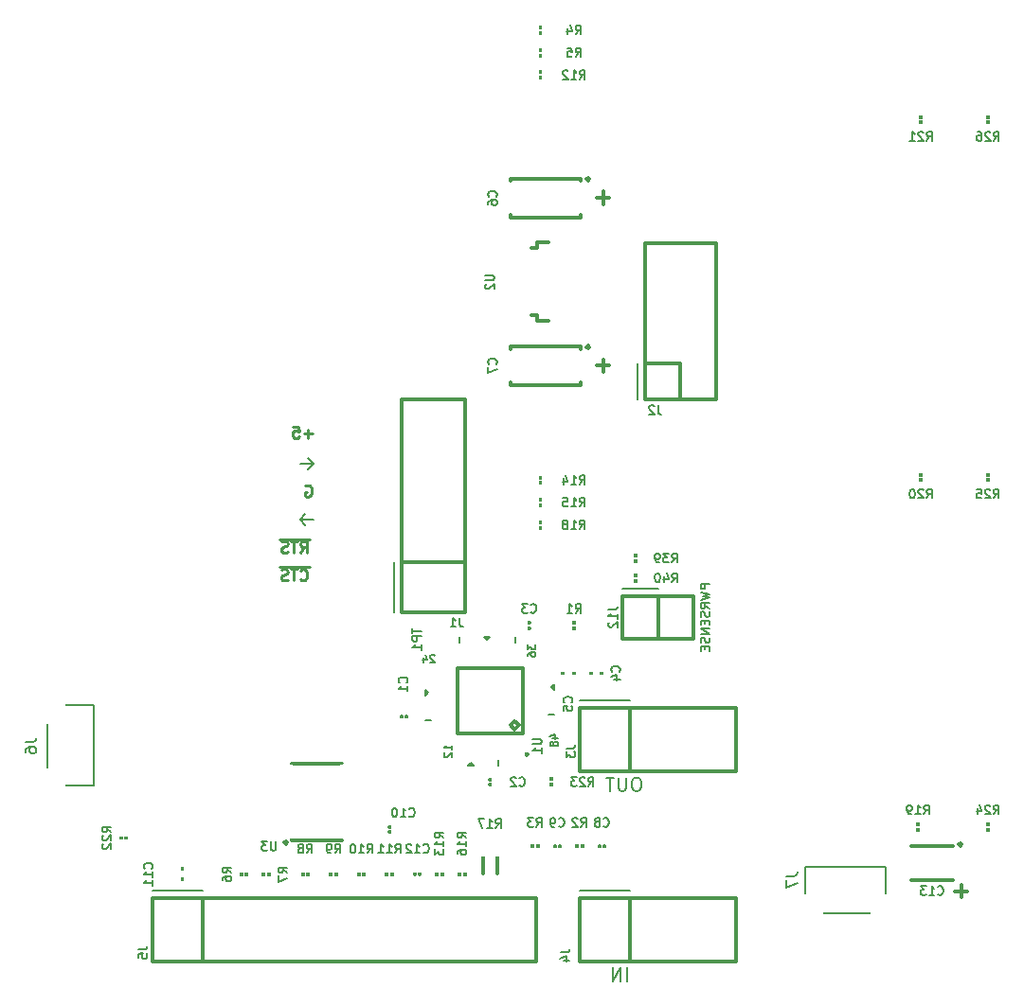
<source format=gbo>
G04 #@! TF.FileFunction,Legend,Bot*
%FSLAX46Y46*%
G04 Gerber Fmt 4.6, Leading zero omitted, Abs format (unit mm)*
G04 Created by KiCad (PCBNEW (2015-11-18 BZR 6323, Git 5ab5a1f)-product) date Thu 19 Nov 2015 11:51:04 PM EST*
%MOMM*%
G01*
G04 APERTURE LIST*
%ADD10C,0.100000*%
%ADD11C,0.250000*%
%ADD12C,0.200000*%
%ADD13C,0.300000*%
%ADD14C,0.175000*%
%ADD15C,0.350000*%
%ADD16C,0.150000*%
%ADD17R,2.686000X1.924000*%
%ADD18O,2.686000X1.924000*%
%ADD19R,2.750000X2.650000*%
%ADD20R,2.400000X4.900000*%
%ADD21O,2.400000X5.400000*%
%ADD22O,5.900000X2.400000*%
%ADD23R,1.924000X2.686000*%
%ADD24O,1.924000X2.686000*%
%ADD25C,1.600000*%
%ADD26R,1.100000X0.700000*%
%ADD27R,1.400000X0.700000*%
%ADD28R,0.700000X1.100000*%
%ADD29R,0.700000X1.400000*%
%ADD30C,9.400000*%
%ADD31C,1.400000*%
%ADD32O,0.700000X1.900000*%
%ADD33O,1.900000X0.700000*%
%ADD34R,2.850000X1.850000*%
%ADD35R,7.350000X7.350000*%
%ADD36R,1.850000X1.550000*%
%ADD37R,1.350000X1.300000*%
%ADD38R,1.300000X1.350000*%
%ADD39C,4.700000*%
%ADD40O,2.400000X2.400000*%
%ADD41R,1.250000X1.400000*%
%ADD42R,1.400000X1.250000*%
%ADD43R,2.200000X1.450000*%
%ADD44C,1.924000*%
%ADD45C,2.178000*%
%ADD46C,4.210000*%
%ADD47O,1.850000X0.850000*%
%ADD48R,2.200000X2.650000*%
%ADD49R,1.550000X1.850000*%
%ADD50C,0.254000*%
G04 APERTURE END LIST*
D10*
D11*
X27107143Y-48571429D02*
X26345238Y-48571429D01*
X26726190Y-48952381D02*
X26726190Y-48190476D01*
X25392857Y-47952381D02*
X25869048Y-47952381D01*
X25916667Y-48428571D01*
X25869048Y-48380952D01*
X25773810Y-48333333D01*
X25535714Y-48333333D01*
X25440476Y-48380952D01*
X25392857Y-48428571D01*
X25345238Y-48523810D01*
X25345238Y-48761905D01*
X25392857Y-48857143D01*
X25440476Y-48904762D01*
X25535714Y-48952381D01*
X25773810Y-48952381D01*
X25869048Y-48904762D01*
X25916667Y-48857143D01*
X26488095Y-53250000D02*
X26583333Y-53202381D01*
X26726190Y-53202381D01*
X26869048Y-53250000D01*
X26964286Y-53345238D01*
X27011905Y-53440476D01*
X27059524Y-53630952D01*
X27059524Y-53773810D01*
X27011905Y-53964286D01*
X26964286Y-54059524D01*
X26869048Y-54154762D01*
X26726190Y-54202381D01*
X26630952Y-54202381D01*
X26488095Y-54154762D01*
X26440476Y-54107143D01*
X26440476Y-53773810D01*
X26630952Y-53773810D01*
X26047619Y-61607143D02*
X26095238Y-61654762D01*
X26238095Y-61702381D01*
X26333333Y-61702381D01*
X26476191Y-61654762D01*
X26571429Y-61559524D01*
X26619048Y-61464286D01*
X26666667Y-61273810D01*
X26666667Y-61130952D01*
X26619048Y-60940476D01*
X26571429Y-60845238D01*
X26476191Y-60750000D01*
X26333333Y-60702381D01*
X26238095Y-60702381D01*
X26095238Y-60750000D01*
X26047619Y-60797619D01*
X25761905Y-60702381D02*
X25190476Y-60702381D01*
X25476191Y-61702381D02*
X25476191Y-60702381D01*
X24904762Y-61654762D02*
X24761905Y-61702381D01*
X24523809Y-61702381D01*
X24428571Y-61654762D01*
X24380952Y-61607143D01*
X24333333Y-61511905D01*
X24333333Y-61416667D01*
X24380952Y-61321429D01*
X24428571Y-61273810D01*
X24523809Y-61226190D01*
X24714286Y-61178571D01*
X24809524Y-61130952D01*
X24857143Y-61083333D01*
X24904762Y-60988095D01*
X24904762Y-60892857D01*
X24857143Y-60797619D01*
X24809524Y-60750000D01*
X24714286Y-60702381D01*
X24476190Y-60702381D01*
X24333333Y-60750000D01*
X26857143Y-60530000D02*
X24142857Y-60530000D01*
X26047619Y-59202381D02*
X26380953Y-58726190D01*
X26619048Y-59202381D02*
X26619048Y-58202381D01*
X26238095Y-58202381D01*
X26142857Y-58250000D01*
X26095238Y-58297619D01*
X26047619Y-58392857D01*
X26047619Y-58535714D01*
X26095238Y-58630952D01*
X26142857Y-58678571D01*
X26238095Y-58726190D01*
X26619048Y-58726190D01*
X25761905Y-58202381D02*
X25190476Y-58202381D01*
X25476191Y-59202381D02*
X25476191Y-58202381D01*
X24904762Y-59154762D02*
X24761905Y-59202381D01*
X24523809Y-59202381D01*
X24428571Y-59154762D01*
X24380952Y-59107143D01*
X24333333Y-59011905D01*
X24333333Y-58916667D01*
X24380952Y-58821429D01*
X24428571Y-58773810D01*
X24523809Y-58726190D01*
X24714286Y-58678571D01*
X24809524Y-58630952D01*
X24857143Y-58583333D01*
X24904762Y-58488095D01*
X24904762Y-58392857D01*
X24857143Y-58297619D01*
X24809524Y-58250000D01*
X24714286Y-58202381D01*
X24476190Y-58202381D01*
X24333333Y-58250000D01*
X26857143Y-58030000D02*
X24142857Y-58030000D01*
D12*
X27250000Y-51250000D02*
X26750000Y-50750000D01*
X26000000Y-51250000D02*
X27250000Y-51250000D01*
X27250000Y-51250000D02*
X26750000Y-51750000D01*
X26000000Y-56250000D02*
X26500000Y-55750000D01*
X26000000Y-56250000D02*
X26500000Y-56750000D01*
X27250000Y-56250000D02*
X26000000Y-56250000D01*
D13*
X53107143Y-26928572D02*
X53107143Y-28071429D01*
X53678571Y-27500000D02*
X52535714Y-27500000D01*
X53107143Y-41928572D02*
X53107143Y-43071429D01*
X53678571Y-42500000D02*
X52535714Y-42500000D01*
X85107143Y-88928572D02*
X85107143Y-90071429D01*
X85678571Y-89500000D02*
X84535714Y-89500000D01*
D14*
X48600000Y-75800000D02*
X49066667Y-75800000D01*
X48333333Y-75633333D02*
X48833333Y-75466666D01*
X48833333Y-75900000D01*
X48666667Y-76266667D02*
X48633333Y-76200000D01*
X48600000Y-76166667D01*
X48533333Y-76133333D01*
X48500000Y-76133333D01*
X48433333Y-76166667D01*
X48400000Y-76200000D01*
X48366667Y-76266667D01*
X48366667Y-76400000D01*
X48400000Y-76466667D01*
X48433333Y-76500000D01*
X48500000Y-76533333D01*
X48533333Y-76533333D01*
X48600000Y-76500000D01*
X48633333Y-76466667D01*
X48666667Y-76400000D01*
X48666667Y-76266667D01*
X48700000Y-76200000D01*
X48733333Y-76166667D01*
X48800000Y-76133333D01*
X48933333Y-76133333D01*
X49000000Y-76166667D01*
X49033333Y-76200000D01*
X49066667Y-76266667D01*
X49066667Y-76400000D01*
X49033333Y-76466667D01*
X49000000Y-76500000D01*
X48933333Y-76533333D01*
X48800000Y-76533333D01*
X48733333Y-76500000D01*
X48700000Y-76466667D01*
X48666667Y-76400000D01*
X46366667Y-67433333D02*
X46366667Y-67866666D01*
X46633333Y-67633333D01*
X46633333Y-67733333D01*
X46666667Y-67800000D01*
X46700000Y-67833333D01*
X46766667Y-67866666D01*
X46933333Y-67866666D01*
X47000000Y-67833333D01*
X47033333Y-67800000D01*
X47066667Y-67733333D01*
X47066667Y-67533333D01*
X47033333Y-67466666D01*
X47000000Y-67433333D01*
X46366667Y-68466667D02*
X46366667Y-68333333D01*
X46400000Y-68266667D01*
X46433333Y-68233333D01*
X46533333Y-68166667D01*
X46666667Y-68133333D01*
X46933333Y-68133333D01*
X47000000Y-68166667D01*
X47033333Y-68200000D01*
X47066667Y-68266667D01*
X47066667Y-68400000D01*
X47033333Y-68466667D01*
X47000000Y-68500000D01*
X46933333Y-68533333D01*
X46766667Y-68533333D01*
X46700000Y-68500000D01*
X46666667Y-68466667D01*
X46633333Y-68400000D01*
X46633333Y-68266667D01*
X46666667Y-68200000D01*
X46700000Y-68166667D01*
X46766667Y-68133333D01*
X38033334Y-68433333D02*
X38000000Y-68400000D01*
X37933334Y-68366667D01*
X37766667Y-68366667D01*
X37700000Y-68400000D01*
X37666667Y-68433333D01*
X37633334Y-68500000D01*
X37633334Y-68566667D01*
X37666667Y-68666667D01*
X38066667Y-69066667D01*
X37633334Y-69066667D01*
X37033333Y-68600000D02*
X37033333Y-69066667D01*
X37200000Y-68333333D02*
X37366667Y-68833333D01*
X36933333Y-68833333D01*
X39566667Y-76866666D02*
X39566667Y-76466666D01*
X39566667Y-76666666D02*
X38866667Y-76666666D01*
X38966667Y-76600000D01*
X39033333Y-76533333D01*
X39066667Y-76466666D01*
X38933333Y-77133333D02*
X38900000Y-77166667D01*
X38866667Y-77233333D01*
X38866667Y-77400000D01*
X38900000Y-77466667D01*
X38933333Y-77500000D01*
X39000000Y-77533333D01*
X39066667Y-77533333D01*
X39166667Y-77500000D01*
X39566667Y-77100000D01*
X39566667Y-77533333D01*
D12*
X48250000Y-73750000D02*
X48750000Y-73750000D01*
X45250000Y-67250000D02*
X45250000Y-66750000D01*
X40250000Y-67250000D02*
X40250000Y-66750000D01*
X37750000Y-74250000D02*
X37250000Y-74250000D01*
X43750000Y-77750000D02*
X43750000Y-78250000D01*
X48750000Y-71000000D02*
X48500000Y-71250000D01*
X48750000Y-71500000D02*
X48750000Y-71000000D01*
X48500000Y-71250000D02*
X48750000Y-71500000D01*
X43000000Y-66750000D02*
X42750000Y-67000000D01*
X42500000Y-66750000D02*
X43000000Y-66750000D01*
X42750000Y-67000000D02*
X42500000Y-66750000D01*
X37250000Y-71500000D02*
X37500000Y-71750000D01*
X37250000Y-72000000D02*
X37250000Y-71500000D01*
X37500000Y-71750000D02*
X37250000Y-72000000D01*
X41500000Y-78250000D02*
X41250000Y-78000000D01*
X41000000Y-78250000D02*
X41500000Y-78250000D01*
X41250000Y-78000000D02*
X41000000Y-78250000D01*
D15*
X63175000Y-45485000D02*
X63175000Y-31515000D01*
X63175000Y-31515000D02*
X56825000Y-31515000D01*
X56825000Y-31515000D02*
X56825000Y-45485000D01*
X56825000Y-45485000D02*
X63175000Y-45485000D01*
X60000000Y-45485000D02*
X60000000Y-42310000D01*
X60000000Y-42310000D02*
X56825000Y-42310000D01*
D16*
X56190000Y-45485000D02*
X56190000Y-42310000D01*
D15*
X51127000Y-25994000D02*
X51127000Y-25773000D01*
X51127000Y-25773000D02*
X44873000Y-25773000D01*
X44873000Y-25773000D02*
X44873000Y-25994000D01*
X51127000Y-29006000D02*
X51127000Y-29227000D01*
X51127000Y-29227000D02*
X44873000Y-29227000D01*
X44873000Y-29227000D02*
X44873000Y-29006000D01*
X51889000Y-25828900D02*
X51762000Y-25701900D01*
X51762000Y-25701900D02*
X51635000Y-25828900D01*
X51635000Y-25828900D02*
X51762000Y-25955900D01*
X51762000Y-25955900D02*
X51889000Y-25828900D01*
X51015000Y-95810000D02*
X64985000Y-95810000D01*
X64985000Y-95810000D02*
X64985000Y-90095000D01*
X64985000Y-90095000D02*
X51015000Y-90095000D01*
X51015000Y-90095000D02*
X51015000Y-95810000D01*
X55460000Y-95810000D02*
X55460000Y-90095000D01*
D16*
X51015000Y-89460000D02*
X55460000Y-89460000D01*
D12*
X3450001Y-80100000D02*
X7549999Y-80100000D01*
X3450001Y-72900000D02*
X3450001Y-80100000D01*
X7549999Y-72900000D02*
X3450001Y-72900000D01*
X7549999Y-80100000D02*
X7549999Y-72900000D01*
X78350000Y-91449999D02*
X78350000Y-87350001D01*
X71150000Y-91449999D02*
X78350000Y-91449999D01*
X71150000Y-87350001D02*
X71150000Y-91449999D01*
X78350000Y-87350001D02*
X71150000Y-87350001D01*
D15*
X40058000Y-75442000D02*
X40058000Y-69558000D01*
X40058000Y-69558000D02*
X45942000Y-69558000D01*
X45942000Y-69558000D02*
X45942000Y-75442000D01*
X45942000Y-75442000D02*
X40058000Y-75442000D01*
X45180000Y-75061000D02*
X45561000Y-74680000D01*
X45561000Y-74680000D02*
X45180000Y-74299000D01*
X45180000Y-74299000D02*
X44799000Y-74680000D01*
X44799000Y-74680000D02*
X45180000Y-75061000D01*
X46250000Y-77375000D02*
X46325000Y-77300000D01*
X46325000Y-77300000D02*
X46250000Y-77225000D01*
X46250000Y-77225000D02*
X46175000Y-77300000D01*
X46175000Y-77300000D02*
X46250000Y-77375000D01*
X48200000Y-31500000D02*
X47200000Y-31500000D01*
X47200000Y-31500000D02*
X47200000Y-32000000D01*
X47200000Y-32000000D02*
X46700000Y-32000000D01*
X47200000Y-38500000D02*
X47200000Y-38000000D01*
X47200000Y-38000000D02*
X46700000Y-38000000D01*
X48200000Y-38500000D02*
X47200000Y-38500000D01*
X51127000Y-40994000D02*
X51127000Y-40773000D01*
X51127000Y-40773000D02*
X44873000Y-40773000D01*
X44873000Y-40773000D02*
X44873000Y-40994000D01*
X51127000Y-44006000D02*
X51127000Y-44227000D01*
X51127000Y-44227000D02*
X44873000Y-44227000D01*
X44873000Y-44227000D02*
X44873000Y-44006000D01*
X51889000Y-40828900D02*
X51762000Y-40701900D01*
X51762000Y-40701900D02*
X51635000Y-40828900D01*
X51635000Y-40828900D02*
X51762000Y-40955900D01*
X51762000Y-40955900D02*
X51889000Y-40828900D01*
X52029000Y-70071000D02*
X52029000Y-69929000D01*
X52029000Y-69929000D02*
X52029000Y-70071000D01*
X52971000Y-70071000D02*
X52971000Y-69929000D01*
X52971000Y-69929000D02*
X52971000Y-70071000D01*
X35079000Y-73946000D02*
X35079000Y-73854000D01*
X35079000Y-73854000D02*
X35079000Y-73946000D01*
X35521000Y-73946000D02*
X35521000Y-73854000D01*
X35521000Y-73854000D02*
X35521000Y-73946000D01*
X42954000Y-79529000D02*
X43046000Y-79529000D01*
X43046000Y-79529000D02*
X42954000Y-79529000D01*
X42954000Y-79971000D02*
X43046000Y-79971000D01*
X43046000Y-79971000D02*
X42954000Y-79971000D01*
X49529000Y-70071000D02*
X49529000Y-69929000D01*
X49529000Y-69929000D02*
X49529000Y-70071000D01*
X50471000Y-70071000D02*
X50471000Y-69929000D01*
X50471000Y-69929000D02*
X50471000Y-70071000D01*
X36279000Y-88046000D02*
X36279000Y-87954000D01*
X36279000Y-87954000D02*
X36279000Y-88046000D01*
X36721000Y-88046000D02*
X36721000Y-87954000D01*
X36721000Y-87954000D02*
X36721000Y-88046000D01*
X50429000Y-65504000D02*
X50571000Y-65504000D01*
X50571000Y-65504000D02*
X50429000Y-65504000D01*
X50429000Y-65996000D02*
X50571000Y-65996000D01*
X50571000Y-65996000D02*
X50429000Y-65996000D01*
X87571000Y-52746000D02*
X87429000Y-52746000D01*
X87429000Y-52746000D02*
X87571000Y-52746000D01*
X87571000Y-52254000D02*
X87429000Y-52254000D01*
X87429000Y-52254000D02*
X87571000Y-52254000D01*
X10496000Y-84679000D02*
X10496000Y-84821000D01*
X10496000Y-84821000D02*
X10496000Y-84679000D01*
X10004000Y-84679000D02*
X10004000Y-84821000D01*
X10004000Y-84821000D02*
X10004000Y-84679000D01*
X81179000Y-83504000D02*
X81321000Y-83504000D01*
X81321000Y-83504000D02*
X81179000Y-83504000D01*
X81179000Y-83996000D02*
X81321000Y-83996000D01*
X81321000Y-83996000D02*
X81179000Y-83996000D01*
X87571000Y-83996000D02*
X87429000Y-83996000D01*
X87429000Y-83996000D02*
X87571000Y-83996000D01*
X87571000Y-83504000D02*
X87429000Y-83504000D01*
X87429000Y-83504000D02*
X87571000Y-83504000D01*
X20754000Y-88071000D02*
X20754000Y-87929000D01*
X20754000Y-87929000D02*
X20754000Y-88071000D01*
X21246000Y-88071000D02*
X21246000Y-87929000D01*
X21246000Y-87929000D02*
X21246000Y-88071000D01*
X31254000Y-88071000D02*
X31254000Y-87929000D01*
X31254000Y-87929000D02*
X31254000Y-88071000D01*
X31746000Y-88071000D02*
X31746000Y-87929000D01*
X31746000Y-87929000D02*
X31746000Y-88071000D01*
X38746000Y-87929000D02*
X38746000Y-88071000D01*
X38746000Y-88071000D02*
X38746000Y-87929000D01*
X38254000Y-87929000D02*
X38254000Y-88071000D01*
X38254000Y-88071000D02*
X38254000Y-87929000D01*
X40746000Y-87929000D02*
X40746000Y-88071000D01*
X40746000Y-88071000D02*
X40746000Y-87929000D01*
X40254000Y-87929000D02*
X40254000Y-88071000D01*
X40254000Y-88071000D02*
X40254000Y-87929000D01*
X22754000Y-88071000D02*
X22754000Y-87929000D01*
X22754000Y-87929000D02*
X22754000Y-88071000D01*
X23246000Y-88071000D02*
X23246000Y-87929000D01*
X23246000Y-87929000D02*
X23246000Y-88071000D01*
X33754000Y-88071000D02*
X33754000Y-87929000D01*
X33754000Y-87929000D02*
X33754000Y-88071000D01*
X34246000Y-88071000D02*
X34246000Y-87929000D01*
X34246000Y-87929000D02*
X34246000Y-88071000D01*
X26254000Y-88071000D02*
X26254000Y-87929000D01*
X26254000Y-87929000D02*
X26254000Y-88071000D01*
X26746000Y-88071000D02*
X26746000Y-87929000D01*
X26746000Y-87929000D02*
X26746000Y-88071000D01*
X81429000Y-52254000D02*
X81571000Y-52254000D01*
X81571000Y-52254000D02*
X81429000Y-52254000D01*
X81429000Y-52746000D02*
X81571000Y-52746000D01*
X81571000Y-52746000D02*
X81429000Y-52746000D01*
X28754000Y-88071000D02*
X28754000Y-87929000D01*
X28754000Y-87929000D02*
X28754000Y-88071000D01*
X29246000Y-88071000D02*
X29246000Y-87929000D01*
X29246000Y-87929000D02*
X29246000Y-88071000D01*
X42354000Y-87971000D02*
X42354000Y-86529000D01*
X42354000Y-86529000D02*
X42354000Y-87971000D01*
X43646000Y-87971000D02*
X43646000Y-86529000D01*
X43646000Y-86529000D02*
X43646000Y-87971000D01*
X81429000Y-20254000D02*
X81571000Y-20254000D01*
X81571000Y-20254000D02*
X81429000Y-20254000D01*
X81429000Y-20746000D02*
X81571000Y-20746000D01*
X81571000Y-20746000D02*
X81429000Y-20746000D01*
X87571000Y-20746000D02*
X87429000Y-20746000D01*
X87429000Y-20746000D02*
X87571000Y-20746000D01*
X87571000Y-20254000D02*
X87429000Y-20254000D01*
X87429000Y-20254000D02*
X87571000Y-20254000D01*
X47429000Y-12254000D02*
X47571000Y-12254000D01*
X47571000Y-12254000D02*
X47429000Y-12254000D01*
X47429000Y-12746000D02*
X47571000Y-12746000D01*
X47571000Y-12746000D02*
X47429000Y-12746000D01*
X47429000Y-16254000D02*
X47571000Y-16254000D01*
X47571000Y-16254000D02*
X47429000Y-16254000D01*
X47429000Y-16746000D02*
X47571000Y-16746000D01*
X47571000Y-16746000D02*
X47429000Y-16746000D01*
X47429000Y-52504000D02*
X47571000Y-52504000D01*
X47571000Y-52504000D02*
X47429000Y-52504000D01*
X47429000Y-52996000D02*
X47571000Y-52996000D01*
X47571000Y-52996000D02*
X47429000Y-52996000D01*
X47429000Y-56504000D02*
X47571000Y-56504000D01*
X47571000Y-56504000D02*
X47429000Y-56504000D01*
X47429000Y-56996000D02*
X47571000Y-56996000D01*
X47571000Y-56996000D02*
X47429000Y-56996000D01*
X47429000Y-14254000D02*
X47571000Y-14254000D01*
X47571000Y-14254000D02*
X47429000Y-14254000D01*
X47429000Y-14746000D02*
X47571000Y-14746000D01*
X47571000Y-14746000D02*
X47429000Y-14746000D01*
X47429000Y-54504000D02*
X47571000Y-54504000D01*
X47571000Y-54504000D02*
X47429000Y-54504000D01*
X47429000Y-54996000D02*
X47571000Y-54996000D01*
X47571000Y-54996000D02*
X47429000Y-54996000D01*
X48429000Y-79504000D02*
X48571000Y-79504000D01*
X48571000Y-79504000D02*
X48429000Y-79504000D01*
X48429000Y-79996000D02*
X48571000Y-79996000D01*
X48571000Y-79996000D02*
X48429000Y-79996000D01*
X12855000Y-95810000D02*
X47145000Y-95810000D01*
X47145000Y-95810000D02*
X47145000Y-90095000D01*
X47145000Y-90095000D02*
X12855000Y-90095000D01*
X12855000Y-90095000D02*
X12855000Y-95810000D01*
X17300000Y-95810000D02*
X17300000Y-90095000D01*
D16*
X12855000Y-89460000D02*
X17300000Y-89460000D01*
D15*
X51015000Y-78810000D02*
X64985000Y-78810000D01*
X64985000Y-78810000D02*
X64985000Y-73095000D01*
X64985000Y-73095000D02*
X51015000Y-73095000D01*
X51015000Y-73095000D02*
X51015000Y-78810000D01*
X55460000Y-78810000D02*
X55460000Y-73095000D01*
D16*
X51015000Y-72460000D02*
X55460000Y-72460000D01*
D15*
X33954000Y-83779000D02*
X34046000Y-83779000D01*
X34046000Y-83779000D02*
X33954000Y-83779000D01*
X33954000Y-84221000D02*
X34046000Y-84221000D01*
X34046000Y-84221000D02*
X33954000Y-84221000D01*
X49221000Y-85454000D02*
X49221000Y-85546000D01*
X49221000Y-85546000D02*
X49221000Y-85454000D01*
X48779000Y-85454000D02*
X48779000Y-85546000D01*
X48779000Y-85546000D02*
X48779000Y-85454000D01*
X53221000Y-85454000D02*
X53221000Y-85546000D01*
X53221000Y-85546000D02*
X53221000Y-85454000D01*
X52779000Y-85454000D02*
X52779000Y-85546000D01*
X52779000Y-85546000D02*
X52779000Y-85454000D01*
X46754000Y-85571000D02*
X46754000Y-85429000D01*
X46754000Y-85429000D02*
X46754000Y-85571000D01*
X47246000Y-85571000D02*
X47246000Y-85429000D01*
X47246000Y-85429000D02*
X47246000Y-85571000D01*
X50754000Y-85571000D02*
X50754000Y-85429000D01*
X50754000Y-85429000D02*
X50754000Y-85571000D01*
X51246000Y-85571000D02*
X51246000Y-85429000D01*
X51246000Y-85429000D02*
X51246000Y-85571000D01*
X40810000Y-64525000D02*
X40810000Y-45475000D01*
X40810000Y-45475000D02*
X35095000Y-45475000D01*
X35095000Y-45475000D02*
X35095000Y-64525000D01*
X35095000Y-64525000D02*
X40810000Y-64525000D01*
X40810000Y-60080000D02*
X35095000Y-60080000D01*
D16*
X34460000Y-64525000D02*
X34460000Y-60080000D01*
D15*
X46546000Y-65971000D02*
X46454000Y-65971000D01*
X46454000Y-65971000D02*
X46546000Y-65971000D01*
X46546000Y-65529000D02*
X46454000Y-65529000D01*
X46454000Y-65529000D02*
X46546000Y-65529000D01*
X25250000Y-84904000D02*
X25250000Y-84927000D01*
X25250000Y-84927000D02*
X29750000Y-84927000D01*
X29750000Y-84927000D02*
X29750000Y-84904000D01*
X25250000Y-78096000D02*
X25250000Y-78073000D01*
X25250000Y-78073000D02*
X29750000Y-78073000D01*
X29750000Y-78073000D02*
X29750000Y-78096000D01*
X24615000Y-85158000D02*
X24742000Y-85285000D01*
X24742000Y-85285000D02*
X24869000Y-85158000D01*
X24869000Y-85158000D02*
X24742000Y-85031000D01*
X24742000Y-85031000D02*
X24615000Y-85158000D01*
X84377000Y-85494000D02*
X84377000Y-85473000D01*
X84377000Y-85473000D02*
X80623000Y-85473000D01*
X80623000Y-85473000D02*
X80623000Y-85494000D01*
X84377000Y-88506000D02*
X84377000Y-88527000D01*
X84377000Y-88527000D02*
X80623000Y-88527000D01*
X80623000Y-88527000D02*
X80623000Y-88506000D01*
X85139000Y-85328900D02*
X85012000Y-85201900D01*
X85012000Y-85201900D02*
X84885000Y-85328900D01*
X84885000Y-85328900D02*
X85012000Y-85455900D01*
X85012000Y-85455900D02*
X85139000Y-85328900D01*
X15571000Y-88471000D02*
X15429000Y-88471000D01*
X15429000Y-88471000D02*
X15571000Y-88471000D01*
X15571000Y-87529000D02*
X15429000Y-87529000D01*
X15429000Y-87529000D02*
X15571000Y-87529000D01*
X54825000Y-66905000D02*
X61175000Y-66905000D01*
X61175000Y-66905000D02*
X61175000Y-63095000D01*
X61175000Y-63095000D02*
X54825000Y-63095000D01*
X54825000Y-63095000D02*
X54825000Y-66905000D01*
X58000000Y-66905000D02*
X58000000Y-63095000D01*
D16*
X54825000Y-62460000D02*
X58000000Y-62460000D01*
D15*
X56071000Y-59996000D02*
X55929000Y-59996000D01*
X55929000Y-59996000D02*
X56071000Y-59996000D01*
X56071000Y-59504000D02*
X55929000Y-59504000D01*
X55929000Y-59504000D02*
X56071000Y-59504000D01*
X55929000Y-61254000D02*
X56071000Y-61254000D01*
X56071000Y-61254000D02*
X55929000Y-61254000D01*
X55929000Y-61746000D02*
X56071000Y-61746000D01*
X56071000Y-61746000D02*
X55929000Y-61746000D01*
D16*
X58016666Y-46061905D02*
X58016666Y-46633333D01*
X58054762Y-46747619D01*
X58130952Y-46823810D01*
X58245238Y-46861905D01*
X58321428Y-46861905D01*
X57673809Y-46138095D02*
X57635714Y-46100000D01*
X57559523Y-46061905D01*
X57369047Y-46061905D01*
X57292857Y-46100000D01*
X57254761Y-46138095D01*
X57216666Y-46214286D01*
X57216666Y-46290476D01*
X57254761Y-46404762D01*
X57711904Y-46861905D01*
X57216666Y-46861905D01*
X43535714Y-27366667D02*
X43573810Y-27328572D01*
X43611905Y-27214286D01*
X43611905Y-27138096D01*
X43573810Y-27023810D01*
X43497619Y-26947619D01*
X43421429Y-26909524D01*
X43269048Y-26871429D01*
X43154762Y-26871429D01*
X43002381Y-26909524D01*
X42926190Y-26947619D01*
X42850000Y-27023810D01*
X42811905Y-27138096D01*
X42811905Y-27214286D01*
X42850000Y-27328572D01*
X42888095Y-27366667D01*
X42811905Y-28052381D02*
X42811905Y-27900000D01*
X42850000Y-27823810D01*
X42888095Y-27785715D01*
X43002381Y-27709524D01*
X43154762Y-27671429D01*
X43459524Y-27671429D01*
X43535714Y-27709524D01*
X43573810Y-27747619D01*
X43611905Y-27823810D01*
X43611905Y-27976191D01*
X43573810Y-28052381D01*
X43535714Y-28090477D01*
X43459524Y-28128572D01*
X43269048Y-28128572D01*
X43192857Y-28090477D01*
X43154762Y-28052381D01*
X43116667Y-27976191D01*
X43116667Y-27823810D01*
X43154762Y-27747619D01*
X43192857Y-27709524D01*
X43269048Y-27671429D01*
X49311905Y-94983334D02*
X49883333Y-94983334D01*
X49997619Y-94945238D01*
X50073810Y-94869048D01*
X50111905Y-94754762D01*
X50111905Y-94678572D01*
X49578571Y-95707143D02*
X50111905Y-95707143D01*
X49273810Y-95516667D02*
X49845238Y-95326191D01*
X49845238Y-95821429D01*
D12*
X55228572Y-97542857D02*
X55228572Y-96342857D01*
X54657143Y-97542857D02*
X54657143Y-96342857D01*
X53971428Y-97542857D01*
X53971428Y-96342857D01*
D16*
X1452381Y-76166667D02*
X2166667Y-76166667D01*
X2309524Y-76119047D01*
X2404762Y-76023809D01*
X2452381Y-75880952D01*
X2452381Y-75785714D01*
X1452381Y-77071429D02*
X1452381Y-76880952D01*
X1500000Y-76785714D01*
X1547619Y-76738095D01*
X1690476Y-76642857D01*
X1880952Y-76595238D01*
X2261905Y-76595238D01*
X2357143Y-76642857D01*
X2404762Y-76690476D01*
X2452381Y-76785714D01*
X2452381Y-76976191D01*
X2404762Y-77071429D01*
X2357143Y-77119048D01*
X2261905Y-77166667D01*
X2023810Y-77166667D01*
X1928571Y-77119048D01*
X1880952Y-77071429D01*
X1833333Y-76976191D01*
X1833333Y-76785714D01*
X1880952Y-76690476D01*
X1928571Y-76642857D01*
X2023810Y-76595238D01*
X69452381Y-88166667D02*
X70166667Y-88166667D01*
X70309524Y-88119047D01*
X70404762Y-88023809D01*
X70452381Y-87880952D01*
X70452381Y-87785714D01*
X69452381Y-88547619D02*
X69452381Y-89214286D01*
X70452381Y-88785714D01*
X46811905Y-75890476D02*
X47459524Y-75890476D01*
X47535714Y-75928571D01*
X47573810Y-75966667D01*
X47611905Y-76042857D01*
X47611905Y-76195238D01*
X47573810Y-76271429D01*
X47535714Y-76309524D01*
X47459524Y-76347619D01*
X46811905Y-76347619D01*
X47611905Y-77147619D02*
X47611905Y-76690476D01*
X47611905Y-76919047D02*
X46811905Y-76919047D01*
X46926190Y-76842857D01*
X47002381Y-76766666D01*
X47040476Y-76690476D01*
X42561905Y-34390476D02*
X43209524Y-34390476D01*
X43285714Y-34428571D01*
X43323810Y-34466667D01*
X43361905Y-34542857D01*
X43361905Y-34695238D01*
X43323810Y-34771429D01*
X43285714Y-34809524D01*
X43209524Y-34847619D01*
X42561905Y-34847619D01*
X42638095Y-35190476D02*
X42600000Y-35228571D01*
X42561905Y-35304762D01*
X42561905Y-35495238D01*
X42600000Y-35571428D01*
X42638095Y-35609524D01*
X42714286Y-35647619D01*
X42790476Y-35647619D01*
X42904762Y-35609524D01*
X43361905Y-35152381D01*
X43361905Y-35647619D01*
X43535714Y-42366667D02*
X43573810Y-42328572D01*
X43611905Y-42214286D01*
X43611905Y-42138096D01*
X43573810Y-42023810D01*
X43497619Y-41947619D01*
X43421429Y-41909524D01*
X43269048Y-41871429D01*
X43154762Y-41871429D01*
X43002381Y-41909524D01*
X42926190Y-41947619D01*
X42850000Y-42023810D01*
X42811905Y-42138096D01*
X42811905Y-42214286D01*
X42850000Y-42328572D01*
X42888095Y-42366667D01*
X42811905Y-42633334D02*
X42811905Y-43166667D01*
X43611905Y-42823810D01*
X54535714Y-69866667D02*
X54573810Y-69828572D01*
X54611905Y-69714286D01*
X54611905Y-69638096D01*
X54573810Y-69523810D01*
X54497619Y-69447619D01*
X54421429Y-69409524D01*
X54269048Y-69371429D01*
X54154762Y-69371429D01*
X54002381Y-69409524D01*
X53926190Y-69447619D01*
X53850000Y-69523810D01*
X53811905Y-69638096D01*
X53811905Y-69714286D01*
X53850000Y-69828572D01*
X53888095Y-69866667D01*
X54078571Y-70552381D02*
X54611905Y-70552381D01*
X53773810Y-70361905D02*
X54345238Y-70171429D01*
X54345238Y-70666667D01*
X35535714Y-70866667D02*
X35573810Y-70828572D01*
X35611905Y-70714286D01*
X35611905Y-70638096D01*
X35573810Y-70523810D01*
X35497619Y-70447619D01*
X35421429Y-70409524D01*
X35269048Y-70371429D01*
X35154762Y-70371429D01*
X35002381Y-70409524D01*
X34926190Y-70447619D01*
X34850000Y-70523810D01*
X34811905Y-70638096D01*
X34811905Y-70714286D01*
X34850000Y-70828572D01*
X34888095Y-70866667D01*
X35611905Y-71628572D02*
X35611905Y-71171429D01*
X35611905Y-71400000D02*
X34811905Y-71400000D01*
X34926190Y-71323810D01*
X35002381Y-71247619D01*
X35040476Y-71171429D01*
X45633333Y-80035714D02*
X45671428Y-80073810D01*
X45785714Y-80111905D01*
X45861904Y-80111905D01*
X45976190Y-80073810D01*
X46052381Y-79997619D01*
X46090476Y-79921429D01*
X46128571Y-79769048D01*
X46128571Y-79654762D01*
X46090476Y-79502381D01*
X46052381Y-79426190D01*
X45976190Y-79350000D01*
X45861904Y-79311905D01*
X45785714Y-79311905D01*
X45671428Y-79350000D01*
X45633333Y-79388095D01*
X45328571Y-79388095D02*
X45290476Y-79350000D01*
X45214285Y-79311905D01*
X45023809Y-79311905D01*
X44947619Y-79350000D01*
X44909523Y-79388095D01*
X44871428Y-79464286D01*
X44871428Y-79540476D01*
X44909523Y-79654762D01*
X45366666Y-80111905D01*
X44871428Y-80111905D01*
X50285714Y-72616667D02*
X50323810Y-72578572D01*
X50361905Y-72464286D01*
X50361905Y-72388096D01*
X50323810Y-72273810D01*
X50247619Y-72197619D01*
X50171429Y-72159524D01*
X50019048Y-72121429D01*
X49904762Y-72121429D01*
X49752381Y-72159524D01*
X49676190Y-72197619D01*
X49600000Y-72273810D01*
X49561905Y-72388096D01*
X49561905Y-72464286D01*
X49600000Y-72578572D01*
X49638095Y-72616667D01*
X49561905Y-73340477D02*
X49561905Y-72959524D01*
X49942857Y-72921429D01*
X49904762Y-72959524D01*
X49866667Y-73035715D01*
X49866667Y-73226191D01*
X49904762Y-73302381D01*
X49942857Y-73340477D01*
X50019048Y-73378572D01*
X50209524Y-73378572D01*
X50285714Y-73340477D01*
X50323810Y-73302381D01*
X50361905Y-73226191D01*
X50361905Y-73035715D01*
X50323810Y-72959524D01*
X50285714Y-72921429D01*
X37014286Y-86035714D02*
X37052381Y-86073810D01*
X37166667Y-86111905D01*
X37242857Y-86111905D01*
X37357143Y-86073810D01*
X37433334Y-85997619D01*
X37471429Y-85921429D01*
X37509524Y-85769048D01*
X37509524Y-85654762D01*
X37471429Y-85502381D01*
X37433334Y-85426190D01*
X37357143Y-85350000D01*
X37242857Y-85311905D01*
X37166667Y-85311905D01*
X37052381Y-85350000D01*
X37014286Y-85388095D01*
X36252381Y-86111905D02*
X36709524Y-86111905D01*
X36480953Y-86111905D02*
X36480953Y-85311905D01*
X36557143Y-85426190D01*
X36633334Y-85502381D01*
X36709524Y-85540476D01*
X35947619Y-85388095D02*
X35909524Y-85350000D01*
X35833333Y-85311905D01*
X35642857Y-85311905D01*
X35566667Y-85350000D01*
X35528571Y-85388095D01*
X35490476Y-85464286D01*
X35490476Y-85540476D01*
X35528571Y-85654762D01*
X35985714Y-86111905D01*
X35490476Y-86111905D01*
X50633333Y-64611905D02*
X50900000Y-64230952D01*
X51090476Y-64611905D02*
X51090476Y-63811905D01*
X50785714Y-63811905D01*
X50709523Y-63850000D01*
X50671428Y-63888095D01*
X50633333Y-63964286D01*
X50633333Y-64078571D01*
X50671428Y-64154762D01*
X50709523Y-64192857D01*
X50785714Y-64230952D01*
X51090476Y-64230952D01*
X49871428Y-64611905D02*
X50328571Y-64611905D01*
X50100000Y-64611905D02*
X50100000Y-63811905D01*
X50176190Y-63926190D01*
X50252381Y-64002381D01*
X50328571Y-64040476D01*
X88014286Y-54361905D02*
X88280953Y-53980952D01*
X88471429Y-54361905D02*
X88471429Y-53561905D01*
X88166667Y-53561905D01*
X88090476Y-53600000D01*
X88052381Y-53638095D01*
X88014286Y-53714286D01*
X88014286Y-53828571D01*
X88052381Y-53904762D01*
X88090476Y-53942857D01*
X88166667Y-53980952D01*
X88471429Y-53980952D01*
X87709524Y-53638095D02*
X87671429Y-53600000D01*
X87595238Y-53561905D01*
X87404762Y-53561905D01*
X87328572Y-53600000D01*
X87290476Y-53638095D01*
X87252381Y-53714286D01*
X87252381Y-53790476D01*
X87290476Y-53904762D01*
X87747619Y-54361905D01*
X87252381Y-54361905D01*
X86528571Y-53561905D02*
X86909524Y-53561905D01*
X86947619Y-53942857D01*
X86909524Y-53904762D01*
X86833333Y-53866667D01*
X86642857Y-53866667D01*
X86566667Y-53904762D01*
X86528571Y-53942857D01*
X86490476Y-54019048D01*
X86490476Y-54209524D01*
X86528571Y-54285714D01*
X86566667Y-54323810D01*
X86642857Y-54361905D01*
X86833333Y-54361905D01*
X86909524Y-54323810D01*
X86947619Y-54285714D01*
X9111905Y-84235714D02*
X8730952Y-83969047D01*
X9111905Y-83778571D02*
X8311905Y-83778571D01*
X8311905Y-84083333D01*
X8350000Y-84159524D01*
X8388095Y-84197619D01*
X8464286Y-84235714D01*
X8578571Y-84235714D01*
X8654762Y-84197619D01*
X8692857Y-84159524D01*
X8730952Y-84083333D01*
X8730952Y-83778571D01*
X8388095Y-84540476D02*
X8350000Y-84578571D01*
X8311905Y-84654762D01*
X8311905Y-84845238D01*
X8350000Y-84921428D01*
X8388095Y-84959524D01*
X8464286Y-84997619D01*
X8540476Y-84997619D01*
X8654762Y-84959524D01*
X9111905Y-84502381D01*
X9111905Y-84997619D01*
X8388095Y-85302381D02*
X8350000Y-85340476D01*
X8311905Y-85416667D01*
X8311905Y-85607143D01*
X8350000Y-85683333D01*
X8388095Y-85721429D01*
X8464286Y-85759524D01*
X8540476Y-85759524D01*
X8654762Y-85721429D01*
X9111905Y-85264286D01*
X9111905Y-85759524D01*
X81764286Y-82611905D02*
X82030953Y-82230952D01*
X82221429Y-82611905D02*
X82221429Y-81811905D01*
X81916667Y-81811905D01*
X81840476Y-81850000D01*
X81802381Y-81888095D01*
X81764286Y-81964286D01*
X81764286Y-82078571D01*
X81802381Y-82154762D01*
X81840476Y-82192857D01*
X81916667Y-82230952D01*
X82221429Y-82230952D01*
X81002381Y-82611905D02*
X81459524Y-82611905D01*
X81230953Y-82611905D02*
X81230953Y-81811905D01*
X81307143Y-81926190D01*
X81383334Y-82002381D01*
X81459524Y-82040476D01*
X80621429Y-82611905D02*
X80469048Y-82611905D01*
X80392857Y-82573810D01*
X80354762Y-82535714D01*
X80278571Y-82421429D01*
X80240476Y-82269048D01*
X80240476Y-81964286D01*
X80278571Y-81888095D01*
X80316667Y-81850000D01*
X80392857Y-81811905D01*
X80545238Y-81811905D01*
X80621429Y-81850000D01*
X80659524Y-81888095D01*
X80697619Y-81964286D01*
X80697619Y-82154762D01*
X80659524Y-82230952D01*
X80621429Y-82269048D01*
X80545238Y-82307143D01*
X80392857Y-82307143D01*
X80316667Y-82269048D01*
X80278571Y-82230952D01*
X80240476Y-82154762D01*
X88014286Y-82611905D02*
X88280953Y-82230952D01*
X88471429Y-82611905D02*
X88471429Y-81811905D01*
X88166667Y-81811905D01*
X88090476Y-81850000D01*
X88052381Y-81888095D01*
X88014286Y-81964286D01*
X88014286Y-82078571D01*
X88052381Y-82154762D01*
X88090476Y-82192857D01*
X88166667Y-82230952D01*
X88471429Y-82230952D01*
X87709524Y-81888095D02*
X87671429Y-81850000D01*
X87595238Y-81811905D01*
X87404762Y-81811905D01*
X87328572Y-81850000D01*
X87290476Y-81888095D01*
X87252381Y-81964286D01*
X87252381Y-82040476D01*
X87290476Y-82154762D01*
X87747619Y-82611905D01*
X87252381Y-82611905D01*
X86566667Y-82078571D02*
X86566667Y-82611905D01*
X86757143Y-81773810D02*
X86947619Y-82345238D01*
X86452381Y-82345238D01*
X19861905Y-87866667D02*
X19480952Y-87600000D01*
X19861905Y-87409524D02*
X19061905Y-87409524D01*
X19061905Y-87714286D01*
X19100000Y-87790477D01*
X19138095Y-87828572D01*
X19214286Y-87866667D01*
X19328571Y-87866667D01*
X19404762Y-87828572D01*
X19442857Y-87790477D01*
X19480952Y-87714286D01*
X19480952Y-87409524D01*
X19061905Y-88552381D02*
X19061905Y-88400000D01*
X19100000Y-88323810D01*
X19138095Y-88285715D01*
X19252381Y-88209524D01*
X19404762Y-88171429D01*
X19709524Y-88171429D01*
X19785714Y-88209524D01*
X19823810Y-88247619D01*
X19861905Y-88323810D01*
X19861905Y-88476191D01*
X19823810Y-88552381D01*
X19785714Y-88590477D01*
X19709524Y-88628572D01*
X19519048Y-88628572D01*
X19442857Y-88590477D01*
X19404762Y-88552381D01*
X19366667Y-88476191D01*
X19366667Y-88323810D01*
X19404762Y-88247619D01*
X19442857Y-88209524D01*
X19519048Y-88171429D01*
X32014286Y-86111905D02*
X32280953Y-85730952D01*
X32471429Y-86111905D02*
X32471429Y-85311905D01*
X32166667Y-85311905D01*
X32090476Y-85350000D01*
X32052381Y-85388095D01*
X32014286Y-85464286D01*
X32014286Y-85578571D01*
X32052381Y-85654762D01*
X32090476Y-85692857D01*
X32166667Y-85730952D01*
X32471429Y-85730952D01*
X31252381Y-86111905D02*
X31709524Y-86111905D01*
X31480953Y-86111905D02*
X31480953Y-85311905D01*
X31557143Y-85426190D01*
X31633334Y-85502381D01*
X31709524Y-85540476D01*
X30757143Y-85311905D02*
X30680952Y-85311905D01*
X30604762Y-85350000D01*
X30566667Y-85388095D01*
X30528571Y-85464286D01*
X30490476Y-85616667D01*
X30490476Y-85807143D01*
X30528571Y-85959524D01*
X30566667Y-86035714D01*
X30604762Y-86073810D01*
X30680952Y-86111905D01*
X30757143Y-86111905D01*
X30833333Y-86073810D01*
X30871429Y-86035714D01*
X30909524Y-85959524D01*
X30947619Y-85807143D01*
X30947619Y-85616667D01*
X30909524Y-85464286D01*
X30871429Y-85388095D01*
X30833333Y-85350000D01*
X30757143Y-85311905D01*
X38861905Y-84735714D02*
X38480952Y-84469047D01*
X38861905Y-84278571D02*
X38061905Y-84278571D01*
X38061905Y-84583333D01*
X38100000Y-84659524D01*
X38138095Y-84697619D01*
X38214286Y-84735714D01*
X38328571Y-84735714D01*
X38404762Y-84697619D01*
X38442857Y-84659524D01*
X38480952Y-84583333D01*
X38480952Y-84278571D01*
X38861905Y-85497619D02*
X38861905Y-85040476D01*
X38861905Y-85269047D02*
X38061905Y-85269047D01*
X38176190Y-85192857D01*
X38252381Y-85116666D01*
X38290476Y-85040476D01*
X38061905Y-85764286D02*
X38061905Y-86259524D01*
X38366667Y-85992857D01*
X38366667Y-86107143D01*
X38404762Y-86183333D01*
X38442857Y-86221429D01*
X38519048Y-86259524D01*
X38709524Y-86259524D01*
X38785714Y-86221429D01*
X38823810Y-86183333D01*
X38861905Y-86107143D01*
X38861905Y-85878571D01*
X38823810Y-85802381D01*
X38785714Y-85764286D01*
X40861905Y-84735714D02*
X40480952Y-84469047D01*
X40861905Y-84278571D02*
X40061905Y-84278571D01*
X40061905Y-84583333D01*
X40100000Y-84659524D01*
X40138095Y-84697619D01*
X40214286Y-84735714D01*
X40328571Y-84735714D01*
X40404762Y-84697619D01*
X40442857Y-84659524D01*
X40480952Y-84583333D01*
X40480952Y-84278571D01*
X40861905Y-85497619D02*
X40861905Y-85040476D01*
X40861905Y-85269047D02*
X40061905Y-85269047D01*
X40176190Y-85192857D01*
X40252381Y-85116666D01*
X40290476Y-85040476D01*
X40061905Y-86183333D02*
X40061905Y-86030952D01*
X40100000Y-85954762D01*
X40138095Y-85916667D01*
X40252381Y-85840476D01*
X40404762Y-85802381D01*
X40709524Y-85802381D01*
X40785714Y-85840476D01*
X40823810Y-85878571D01*
X40861905Y-85954762D01*
X40861905Y-86107143D01*
X40823810Y-86183333D01*
X40785714Y-86221429D01*
X40709524Y-86259524D01*
X40519048Y-86259524D01*
X40442857Y-86221429D01*
X40404762Y-86183333D01*
X40366667Y-86107143D01*
X40366667Y-85954762D01*
X40404762Y-85878571D01*
X40442857Y-85840476D01*
X40519048Y-85802381D01*
X24861905Y-87866667D02*
X24480952Y-87600000D01*
X24861905Y-87409524D02*
X24061905Y-87409524D01*
X24061905Y-87714286D01*
X24100000Y-87790477D01*
X24138095Y-87828572D01*
X24214286Y-87866667D01*
X24328571Y-87866667D01*
X24404762Y-87828572D01*
X24442857Y-87790477D01*
X24480952Y-87714286D01*
X24480952Y-87409524D01*
X24061905Y-88133334D02*
X24061905Y-88666667D01*
X24861905Y-88323810D01*
X34514286Y-86111905D02*
X34780953Y-85730952D01*
X34971429Y-86111905D02*
X34971429Y-85311905D01*
X34666667Y-85311905D01*
X34590476Y-85350000D01*
X34552381Y-85388095D01*
X34514286Y-85464286D01*
X34514286Y-85578571D01*
X34552381Y-85654762D01*
X34590476Y-85692857D01*
X34666667Y-85730952D01*
X34971429Y-85730952D01*
X33752381Y-86111905D02*
X34209524Y-86111905D01*
X33980953Y-86111905D02*
X33980953Y-85311905D01*
X34057143Y-85426190D01*
X34133334Y-85502381D01*
X34209524Y-85540476D01*
X32990476Y-86111905D02*
X33447619Y-86111905D01*
X33219048Y-86111905D02*
X33219048Y-85311905D01*
X33295238Y-85426190D01*
X33371429Y-85502381D01*
X33447619Y-85540476D01*
X26633333Y-86111905D02*
X26900000Y-85730952D01*
X27090476Y-86111905D02*
X27090476Y-85311905D01*
X26785714Y-85311905D01*
X26709523Y-85350000D01*
X26671428Y-85388095D01*
X26633333Y-85464286D01*
X26633333Y-85578571D01*
X26671428Y-85654762D01*
X26709523Y-85692857D01*
X26785714Y-85730952D01*
X27090476Y-85730952D01*
X26176190Y-85654762D02*
X26252381Y-85616667D01*
X26290476Y-85578571D01*
X26328571Y-85502381D01*
X26328571Y-85464286D01*
X26290476Y-85388095D01*
X26252381Y-85350000D01*
X26176190Y-85311905D01*
X26023809Y-85311905D01*
X25947619Y-85350000D01*
X25909523Y-85388095D01*
X25871428Y-85464286D01*
X25871428Y-85502381D01*
X25909523Y-85578571D01*
X25947619Y-85616667D01*
X26023809Y-85654762D01*
X26176190Y-85654762D01*
X26252381Y-85692857D01*
X26290476Y-85730952D01*
X26328571Y-85807143D01*
X26328571Y-85959524D01*
X26290476Y-86035714D01*
X26252381Y-86073810D01*
X26176190Y-86111905D01*
X26023809Y-86111905D01*
X25947619Y-86073810D01*
X25909523Y-86035714D01*
X25871428Y-85959524D01*
X25871428Y-85807143D01*
X25909523Y-85730952D01*
X25947619Y-85692857D01*
X26023809Y-85654762D01*
X82014286Y-54361905D02*
X82280953Y-53980952D01*
X82471429Y-54361905D02*
X82471429Y-53561905D01*
X82166667Y-53561905D01*
X82090476Y-53600000D01*
X82052381Y-53638095D01*
X82014286Y-53714286D01*
X82014286Y-53828571D01*
X82052381Y-53904762D01*
X82090476Y-53942857D01*
X82166667Y-53980952D01*
X82471429Y-53980952D01*
X81709524Y-53638095D02*
X81671429Y-53600000D01*
X81595238Y-53561905D01*
X81404762Y-53561905D01*
X81328572Y-53600000D01*
X81290476Y-53638095D01*
X81252381Y-53714286D01*
X81252381Y-53790476D01*
X81290476Y-53904762D01*
X81747619Y-54361905D01*
X81252381Y-54361905D01*
X80757143Y-53561905D02*
X80680952Y-53561905D01*
X80604762Y-53600000D01*
X80566667Y-53638095D01*
X80528571Y-53714286D01*
X80490476Y-53866667D01*
X80490476Y-54057143D01*
X80528571Y-54209524D01*
X80566667Y-54285714D01*
X80604762Y-54323810D01*
X80680952Y-54361905D01*
X80757143Y-54361905D01*
X80833333Y-54323810D01*
X80871429Y-54285714D01*
X80909524Y-54209524D01*
X80947619Y-54057143D01*
X80947619Y-53866667D01*
X80909524Y-53714286D01*
X80871429Y-53638095D01*
X80833333Y-53600000D01*
X80757143Y-53561905D01*
X29133333Y-86111905D02*
X29400000Y-85730952D01*
X29590476Y-86111905D02*
X29590476Y-85311905D01*
X29285714Y-85311905D01*
X29209523Y-85350000D01*
X29171428Y-85388095D01*
X29133333Y-85464286D01*
X29133333Y-85578571D01*
X29171428Y-85654762D01*
X29209523Y-85692857D01*
X29285714Y-85730952D01*
X29590476Y-85730952D01*
X28752381Y-86111905D02*
X28600000Y-86111905D01*
X28523809Y-86073810D01*
X28485714Y-86035714D01*
X28409523Y-85921429D01*
X28371428Y-85769048D01*
X28371428Y-85464286D01*
X28409523Y-85388095D01*
X28447619Y-85350000D01*
X28523809Y-85311905D01*
X28676190Y-85311905D01*
X28752381Y-85350000D01*
X28790476Y-85388095D01*
X28828571Y-85464286D01*
X28828571Y-85654762D01*
X28790476Y-85730952D01*
X28752381Y-85769048D01*
X28676190Y-85807143D01*
X28523809Y-85807143D01*
X28447619Y-85769048D01*
X28409523Y-85730952D01*
X28371428Y-85654762D01*
X43514286Y-83861905D02*
X43780953Y-83480952D01*
X43971429Y-83861905D02*
X43971429Y-83061905D01*
X43666667Y-83061905D01*
X43590476Y-83100000D01*
X43552381Y-83138095D01*
X43514286Y-83214286D01*
X43514286Y-83328571D01*
X43552381Y-83404762D01*
X43590476Y-83442857D01*
X43666667Y-83480952D01*
X43971429Y-83480952D01*
X42752381Y-83861905D02*
X43209524Y-83861905D01*
X42980953Y-83861905D02*
X42980953Y-83061905D01*
X43057143Y-83176190D01*
X43133334Y-83252381D01*
X43209524Y-83290476D01*
X42485714Y-83061905D02*
X41952381Y-83061905D01*
X42295238Y-83861905D01*
X82014286Y-22361905D02*
X82280953Y-21980952D01*
X82471429Y-22361905D02*
X82471429Y-21561905D01*
X82166667Y-21561905D01*
X82090476Y-21600000D01*
X82052381Y-21638095D01*
X82014286Y-21714286D01*
X82014286Y-21828571D01*
X82052381Y-21904762D01*
X82090476Y-21942857D01*
X82166667Y-21980952D01*
X82471429Y-21980952D01*
X81709524Y-21638095D02*
X81671429Y-21600000D01*
X81595238Y-21561905D01*
X81404762Y-21561905D01*
X81328572Y-21600000D01*
X81290476Y-21638095D01*
X81252381Y-21714286D01*
X81252381Y-21790476D01*
X81290476Y-21904762D01*
X81747619Y-22361905D01*
X81252381Y-22361905D01*
X80490476Y-22361905D02*
X80947619Y-22361905D01*
X80719048Y-22361905D02*
X80719048Y-21561905D01*
X80795238Y-21676190D01*
X80871429Y-21752381D01*
X80947619Y-21790476D01*
X88014286Y-22361905D02*
X88280953Y-21980952D01*
X88471429Y-22361905D02*
X88471429Y-21561905D01*
X88166667Y-21561905D01*
X88090476Y-21600000D01*
X88052381Y-21638095D01*
X88014286Y-21714286D01*
X88014286Y-21828571D01*
X88052381Y-21904762D01*
X88090476Y-21942857D01*
X88166667Y-21980952D01*
X88471429Y-21980952D01*
X87709524Y-21638095D02*
X87671429Y-21600000D01*
X87595238Y-21561905D01*
X87404762Y-21561905D01*
X87328572Y-21600000D01*
X87290476Y-21638095D01*
X87252381Y-21714286D01*
X87252381Y-21790476D01*
X87290476Y-21904762D01*
X87747619Y-22361905D01*
X87252381Y-22361905D01*
X86566667Y-21561905D02*
X86719048Y-21561905D01*
X86795238Y-21600000D01*
X86833333Y-21638095D01*
X86909524Y-21752381D01*
X86947619Y-21904762D01*
X86947619Y-22209524D01*
X86909524Y-22285714D01*
X86871429Y-22323810D01*
X86795238Y-22361905D01*
X86642857Y-22361905D01*
X86566667Y-22323810D01*
X86528571Y-22285714D01*
X86490476Y-22209524D01*
X86490476Y-22019048D01*
X86528571Y-21942857D01*
X86566667Y-21904762D01*
X86642857Y-21866667D01*
X86795238Y-21866667D01*
X86871429Y-21904762D01*
X86909524Y-21942857D01*
X86947619Y-22019048D01*
X50633333Y-12861905D02*
X50900000Y-12480952D01*
X51090476Y-12861905D02*
X51090476Y-12061905D01*
X50785714Y-12061905D01*
X50709523Y-12100000D01*
X50671428Y-12138095D01*
X50633333Y-12214286D01*
X50633333Y-12328571D01*
X50671428Y-12404762D01*
X50709523Y-12442857D01*
X50785714Y-12480952D01*
X51090476Y-12480952D01*
X49947619Y-12328571D02*
X49947619Y-12861905D01*
X50138095Y-12023810D02*
X50328571Y-12595238D01*
X49833333Y-12595238D01*
X51014286Y-16861905D02*
X51280953Y-16480952D01*
X51471429Y-16861905D02*
X51471429Y-16061905D01*
X51166667Y-16061905D01*
X51090476Y-16100000D01*
X51052381Y-16138095D01*
X51014286Y-16214286D01*
X51014286Y-16328571D01*
X51052381Y-16404762D01*
X51090476Y-16442857D01*
X51166667Y-16480952D01*
X51471429Y-16480952D01*
X50252381Y-16861905D02*
X50709524Y-16861905D01*
X50480953Y-16861905D02*
X50480953Y-16061905D01*
X50557143Y-16176190D01*
X50633334Y-16252381D01*
X50709524Y-16290476D01*
X49947619Y-16138095D02*
X49909524Y-16100000D01*
X49833333Y-16061905D01*
X49642857Y-16061905D01*
X49566667Y-16100000D01*
X49528571Y-16138095D01*
X49490476Y-16214286D01*
X49490476Y-16290476D01*
X49528571Y-16404762D01*
X49985714Y-16861905D01*
X49490476Y-16861905D01*
X51014286Y-53111905D02*
X51280953Y-52730952D01*
X51471429Y-53111905D02*
X51471429Y-52311905D01*
X51166667Y-52311905D01*
X51090476Y-52350000D01*
X51052381Y-52388095D01*
X51014286Y-52464286D01*
X51014286Y-52578571D01*
X51052381Y-52654762D01*
X51090476Y-52692857D01*
X51166667Y-52730952D01*
X51471429Y-52730952D01*
X50252381Y-53111905D02*
X50709524Y-53111905D01*
X50480953Y-53111905D02*
X50480953Y-52311905D01*
X50557143Y-52426190D01*
X50633334Y-52502381D01*
X50709524Y-52540476D01*
X49566667Y-52578571D02*
X49566667Y-53111905D01*
X49757143Y-52273810D02*
X49947619Y-52845238D01*
X49452381Y-52845238D01*
X51014286Y-57111905D02*
X51280953Y-56730952D01*
X51471429Y-57111905D02*
X51471429Y-56311905D01*
X51166667Y-56311905D01*
X51090476Y-56350000D01*
X51052381Y-56388095D01*
X51014286Y-56464286D01*
X51014286Y-56578571D01*
X51052381Y-56654762D01*
X51090476Y-56692857D01*
X51166667Y-56730952D01*
X51471429Y-56730952D01*
X50252381Y-57111905D02*
X50709524Y-57111905D01*
X50480953Y-57111905D02*
X50480953Y-56311905D01*
X50557143Y-56426190D01*
X50633334Y-56502381D01*
X50709524Y-56540476D01*
X49795238Y-56654762D02*
X49871429Y-56616667D01*
X49909524Y-56578571D01*
X49947619Y-56502381D01*
X49947619Y-56464286D01*
X49909524Y-56388095D01*
X49871429Y-56350000D01*
X49795238Y-56311905D01*
X49642857Y-56311905D01*
X49566667Y-56350000D01*
X49528571Y-56388095D01*
X49490476Y-56464286D01*
X49490476Y-56502381D01*
X49528571Y-56578571D01*
X49566667Y-56616667D01*
X49642857Y-56654762D01*
X49795238Y-56654762D01*
X49871429Y-56692857D01*
X49909524Y-56730952D01*
X49947619Y-56807143D01*
X49947619Y-56959524D01*
X49909524Y-57035714D01*
X49871429Y-57073810D01*
X49795238Y-57111905D01*
X49642857Y-57111905D01*
X49566667Y-57073810D01*
X49528571Y-57035714D01*
X49490476Y-56959524D01*
X49490476Y-56807143D01*
X49528571Y-56730952D01*
X49566667Y-56692857D01*
X49642857Y-56654762D01*
X50633333Y-14861905D02*
X50900000Y-14480952D01*
X51090476Y-14861905D02*
X51090476Y-14061905D01*
X50785714Y-14061905D01*
X50709523Y-14100000D01*
X50671428Y-14138095D01*
X50633333Y-14214286D01*
X50633333Y-14328571D01*
X50671428Y-14404762D01*
X50709523Y-14442857D01*
X50785714Y-14480952D01*
X51090476Y-14480952D01*
X49909523Y-14061905D02*
X50290476Y-14061905D01*
X50328571Y-14442857D01*
X50290476Y-14404762D01*
X50214285Y-14366667D01*
X50023809Y-14366667D01*
X49947619Y-14404762D01*
X49909523Y-14442857D01*
X49871428Y-14519048D01*
X49871428Y-14709524D01*
X49909523Y-14785714D01*
X49947619Y-14823810D01*
X50023809Y-14861905D01*
X50214285Y-14861905D01*
X50290476Y-14823810D01*
X50328571Y-14785714D01*
X51014286Y-55111905D02*
X51280953Y-54730952D01*
X51471429Y-55111905D02*
X51471429Y-54311905D01*
X51166667Y-54311905D01*
X51090476Y-54350000D01*
X51052381Y-54388095D01*
X51014286Y-54464286D01*
X51014286Y-54578571D01*
X51052381Y-54654762D01*
X51090476Y-54692857D01*
X51166667Y-54730952D01*
X51471429Y-54730952D01*
X50252381Y-55111905D02*
X50709524Y-55111905D01*
X50480953Y-55111905D02*
X50480953Y-54311905D01*
X50557143Y-54426190D01*
X50633334Y-54502381D01*
X50709524Y-54540476D01*
X49528571Y-54311905D02*
X49909524Y-54311905D01*
X49947619Y-54692857D01*
X49909524Y-54654762D01*
X49833333Y-54616667D01*
X49642857Y-54616667D01*
X49566667Y-54654762D01*
X49528571Y-54692857D01*
X49490476Y-54769048D01*
X49490476Y-54959524D01*
X49528571Y-55035714D01*
X49566667Y-55073810D01*
X49642857Y-55111905D01*
X49833333Y-55111905D01*
X49909524Y-55073810D01*
X49947619Y-55035714D01*
X51764286Y-80111905D02*
X52030953Y-79730952D01*
X52221429Y-80111905D02*
X52221429Y-79311905D01*
X51916667Y-79311905D01*
X51840476Y-79350000D01*
X51802381Y-79388095D01*
X51764286Y-79464286D01*
X51764286Y-79578571D01*
X51802381Y-79654762D01*
X51840476Y-79692857D01*
X51916667Y-79730952D01*
X52221429Y-79730952D01*
X51459524Y-79388095D02*
X51421429Y-79350000D01*
X51345238Y-79311905D01*
X51154762Y-79311905D01*
X51078572Y-79350000D01*
X51040476Y-79388095D01*
X51002381Y-79464286D01*
X51002381Y-79540476D01*
X51040476Y-79654762D01*
X51497619Y-80111905D01*
X51002381Y-80111905D01*
X50735714Y-79311905D02*
X50240476Y-79311905D01*
X50507143Y-79616667D01*
X50392857Y-79616667D01*
X50316667Y-79654762D01*
X50278571Y-79692857D01*
X50240476Y-79769048D01*
X50240476Y-79959524D01*
X50278571Y-80035714D01*
X50316667Y-80073810D01*
X50392857Y-80111905D01*
X50621429Y-80111905D01*
X50697619Y-80073810D01*
X50735714Y-80035714D01*
X11561905Y-94733334D02*
X12133333Y-94733334D01*
X12247619Y-94695238D01*
X12323810Y-94619048D01*
X12361905Y-94504762D01*
X12361905Y-94428572D01*
X11561905Y-95495239D02*
X11561905Y-95114286D01*
X11942857Y-95076191D01*
X11904762Y-95114286D01*
X11866667Y-95190477D01*
X11866667Y-95380953D01*
X11904762Y-95457143D01*
X11942857Y-95495239D01*
X12019048Y-95533334D01*
X12209524Y-95533334D01*
X12285714Y-95495239D01*
X12323810Y-95457143D01*
X12361905Y-95380953D01*
X12361905Y-95190477D01*
X12323810Y-95114286D01*
X12285714Y-95076191D01*
X49811905Y-76733334D02*
X50383333Y-76733334D01*
X50497619Y-76695238D01*
X50573810Y-76619048D01*
X50611905Y-76504762D01*
X50611905Y-76428572D01*
X49811905Y-77038096D02*
X49811905Y-77533334D01*
X50116667Y-77266667D01*
X50116667Y-77380953D01*
X50154762Y-77457143D01*
X50192857Y-77495239D01*
X50269048Y-77533334D01*
X50459524Y-77533334D01*
X50535714Y-77495239D01*
X50573810Y-77457143D01*
X50611905Y-77380953D01*
X50611905Y-77152381D01*
X50573810Y-77076191D01*
X50535714Y-77038096D01*
D12*
X56200000Y-79342857D02*
X55971429Y-79342857D01*
X55857143Y-79400000D01*
X55742857Y-79514286D01*
X55685715Y-79742857D01*
X55685715Y-80142857D01*
X55742857Y-80371429D01*
X55857143Y-80485714D01*
X55971429Y-80542857D01*
X56200000Y-80542857D01*
X56314286Y-80485714D01*
X56428572Y-80371429D01*
X56485715Y-80142857D01*
X56485715Y-79742857D01*
X56428572Y-79514286D01*
X56314286Y-79400000D01*
X56200000Y-79342857D01*
X55171429Y-79342857D02*
X55171429Y-80314286D01*
X55114286Y-80428571D01*
X55057143Y-80485714D01*
X54942857Y-80542857D01*
X54714286Y-80542857D01*
X54600000Y-80485714D01*
X54542857Y-80428571D01*
X54485714Y-80314286D01*
X54485714Y-79342857D01*
X54085714Y-79342857D02*
X53400000Y-79342857D01*
X53742857Y-80542857D02*
X53742857Y-79342857D01*
D16*
X35764286Y-82785714D02*
X35802381Y-82823810D01*
X35916667Y-82861905D01*
X35992857Y-82861905D01*
X36107143Y-82823810D01*
X36183334Y-82747619D01*
X36221429Y-82671429D01*
X36259524Y-82519048D01*
X36259524Y-82404762D01*
X36221429Y-82252381D01*
X36183334Y-82176190D01*
X36107143Y-82100000D01*
X35992857Y-82061905D01*
X35916667Y-82061905D01*
X35802381Y-82100000D01*
X35764286Y-82138095D01*
X35002381Y-82861905D02*
X35459524Y-82861905D01*
X35230953Y-82861905D02*
X35230953Y-82061905D01*
X35307143Y-82176190D01*
X35383334Y-82252381D01*
X35459524Y-82290476D01*
X34507143Y-82061905D02*
X34430952Y-82061905D01*
X34354762Y-82100000D01*
X34316667Y-82138095D01*
X34278571Y-82214286D01*
X34240476Y-82366667D01*
X34240476Y-82557143D01*
X34278571Y-82709524D01*
X34316667Y-82785714D01*
X34354762Y-82823810D01*
X34430952Y-82861905D01*
X34507143Y-82861905D01*
X34583333Y-82823810D01*
X34621429Y-82785714D01*
X34659524Y-82709524D01*
X34697619Y-82557143D01*
X34697619Y-82366667D01*
X34659524Y-82214286D01*
X34621429Y-82138095D01*
X34583333Y-82100000D01*
X34507143Y-82061905D01*
X49133333Y-83685714D02*
X49171428Y-83723810D01*
X49285714Y-83761905D01*
X49361904Y-83761905D01*
X49476190Y-83723810D01*
X49552381Y-83647619D01*
X49590476Y-83571429D01*
X49628571Y-83419048D01*
X49628571Y-83304762D01*
X49590476Y-83152381D01*
X49552381Y-83076190D01*
X49476190Y-83000000D01*
X49361904Y-82961905D01*
X49285714Y-82961905D01*
X49171428Y-83000000D01*
X49133333Y-83038095D01*
X48752381Y-83761905D02*
X48600000Y-83761905D01*
X48523809Y-83723810D01*
X48485714Y-83685714D01*
X48409523Y-83571429D01*
X48371428Y-83419048D01*
X48371428Y-83114286D01*
X48409523Y-83038095D01*
X48447619Y-83000000D01*
X48523809Y-82961905D01*
X48676190Y-82961905D01*
X48752381Y-83000000D01*
X48790476Y-83038095D01*
X48828571Y-83114286D01*
X48828571Y-83304762D01*
X48790476Y-83380952D01*
X48752381Y-83419048D01*
X48676190Y-83457143D01*
X48523809Y-83457143D01*
X48447619Y-83419048D01*
X48409523Y-83380952D01*
X48371428Y-83304762D01*
X53133333Y-83685714D02*
X53171428Y-83723810D01*
X53285714Y-83761905D01*
X53361904Y-83761905D01*
X53476190Y-83723810D01*
X53552381Y-83647619D01*
X53590476Y-83571429D01*
X53628571Y-83419048D01*
X53628571Y-83304762D01*
X53590476Y-83152381D01*
X53552381Y-83076190D01*
X53476190Y-83000000D01*
X53361904Y-82961905D01*
X53285714Y-82961905D01*
X53171428Y-83000000D01*
X53133333Y-83038095D01*
X52676190Y-83304762D02*
X52752381Y-83266667D01*
X52790476Y-83228571D01*
X52828571Y-83152381D01*
X52828571Y-83114286D01*
X52790476Y-83038095D01*
X52752381Y-83000000D01*
X52676190Y-82961905D01*
X52523809Y-82961905D01*
X52447619Y-83000000D01*
X52409523Y-83038095D01*
X52371428Y-83114286D01*
X52371428Y-83152381D01*
X52409523Y-83228571D01*
X52447619Y-83266667D01*
X52523809Y-83304762D01*
X52676190Y-83304762D01*
X52752381Y-83342857D01*
X52790476Y-83380952D01*
X52828571Y-83457143D01*
X52828571Y-83609524D01*
X52790476Y-83685714D01*
X52752381Y-83723810D01*
X52676190Y-83761905D01*
X52523809Y-83761905D01*
X52447619Y-83723810D01*
X52409523Y-83685714D01*
X52371428Y-83609524D01*
X52371428Y-83457143D01*
X52409523Y-83380952D01*
X52447619Y-83342857D01*
X52523809Y-83304762D01*
X47133333Y-83761905D02*
X47400000Y-83380952D01*
X47590476Y-83761905D02*
X47590476Y-82961905D01*
X47285714Y-82961905D01*
X47209523Y-83000000D01*
X47171428Y-83038095D01*
X47133333Y-83114286D01*
X47133333Y-83228571D01*
X47171428Y-83304762D01*
X47209523Y-83342857D01*
X47285714Y-83380952D01*
X47590476Y-83380952D01*
X46866666Y-82961905D02*
X46371428Y-82961905D01*
X46638095Y-83266667D01*
X46523809Y-83266667D01*
X46447619Y-83304762D01*
X46409523Y-83342857D01*
X46371428Y-83419048D01*
X46371428Y-83609524D01*
X46409523Y-83685714D01*
X46447619Y-83723810D01*
X46523809Y-83761905D01*
X46752381Y-83761905D01*
X46828571Y-83723810D01*
X46866666Y-83685714D01*
X51133333Y-83761905D02*
X51400000Y-83380952D01*
X51590476Y-83761905D02*
X51590476Y-82961905D01*
X51285714Y-82961905D01*
X51209523Y-83000000D01*
X51171428Y-83038095D01*
X51133333Y-83114286D01*
X51133333Y-83228571D01*
X51171428Y-83304762D01*
X51209523Y-83342857D01*
X51285714Y-83380952D01*
X51590476Y-83380952D01*
X50828571Y-83038095D02*
X50790476Y-83000000D01*
X50714285Y-82961905D01*
X50523809Y-82961905D01*
X50447619Y-83000000D01*
X50409523Y-83038095D01*
X50371428Y-83114286D01*
X50371428Y-83190476D01*
X50409523Y-83304762D01*
X50866666Y-83761905D01*
X50371428Y-83761905D01*
X40266666Y-65061905D02*
X40266666Y-65633333D01*
X40304762Y-65747619D01*
X40380952Y-65823810D01*
X40495238Y-65861905D01*
X40571428Y-65861905D01*
X39466666Y-65861905D02*
X39923809Y-65861905D01*
X39695238Y-65861905D02*
X39695238Y-65061905D01*
X39771428Y-65176190D01*
X39847619Y-65252381D01*
X39923809Y-65290476D01*
X46633333Y-64535714D02*
X46671428Y-64573810D01*
X46785714Y-64611905D01*
X46861904Y-64611905D01*
X46976190Y-64573810D01*
X47052381Y-64497619D01*
X47090476Y-64421429D01*
X47128571Y-64269048D01*
X47128571Y-64154762D01*
X47090476Y-64002381D01*
X47052381Y-63926190D01*
X46976190Y-63850000D01*
X46861904Y-63811905D01*
X46785714Y-63811905D01*
X46671428Y-63850000D01*
X46633333Y-63888095D01*
X46366666Y-63811905D02*
X45871428Y-63811905D01*
X46138095Y-64116667D01*
X46023809Y-64116667D01*
X45947619Y-64154762D01*
X45909523Y-64192857D01*
X45871428Y-64269048D01*
X45871428Y-64459524D01*
X45909523Y-64535714D01*
X45947619Y-64573810D01*
X46023809Y-64611905D01*
X46252381Y-64611905D01*
X46328571Y-64573810D01*
X46366666Y-64535714D01*
X23859524Y-85061905D02*
X23859524Y-85709524D01*
X23821429Y-85785714D01*
X23783333Y-85823810D01*
X23707143Y-85861905D01*
X23554762Y-85861905D01*
X23478571Y-85823810D01*
X23440476Y-85785714D01*
X23402381Y-85709524D01*
X23402381Y-85061905D01*
X23097619Y-85061905D02*
X22602381Y-85061905D01*
X22869048Y-85366667D01*
X22754762Y-85366667D01*
X22678572Y-85404762D01*
X22640476Y-85442857D01*
X22602381Y-85519048D01*
X22602381Y-85709524D01*
X22640476Y-85785714D01*
X22678572Y-85823810D01*
X22754762Y-85861905D01*
X22983334Y-85861905D01*
X23059524Y-85823810D01*
X23097619Y-85785714D01*
X83014286Y-89785714D02*
X83052381Y-89823810D01*
X83166667Y-89861905D01*
X83242857Y-89861905D01*
X83357143Y-89823810D01*
X83433334Y-89747619D01*
X83471429Y-89671429D01*
X83509524Y-89519048D01*
X83509524Y-89404762D01*
X83471429Y-89252381D01*
X83433334Y-89176190D01*
X83357143Y-89100000D01*
X83242857Y-89061905D01*
X83166667Y-89061905D01*
X83052381Y-89100000D01*
X83014286Y-89138095D01*
X82252381Y-89861905D02*
X82709524Y-89861905D01*
X82480953Y-89861905D02*
X82480953Y-89061905D01*
X82557143Y-89176190D01*
X82633334Y-89252381D01*
X82709524Y-89290476D01*
X81985714Y-89061905D02*
X81490476Y-89061905D01*
X81757143Y-89366667D01*
X81642857Y-89366667D01*
X81566667Y-89404762D01*
X81528571Y-89442857D01*
X81490476Y-89519048D01*
X81490476Y-89709524D01*
X81528571Y-89785714D01*
X81566667Y-89823810D01*
X81642857Y-89861905D01*
X81871429Y-89861905D01*
X81947619Y-89823810D01*
X81985714Y-89785714D01*
X12785714Y-87485714D02*
X12823810Y-87447619D01*
X12861905Y-87333333D01*
X12861905Y-87257143D01*
X12823810Y-87142857D01*
X12747619Y-87066666D01*
X12671429Y-87028571D01*
X12519048Y-86990476D01*
X12404762Y-86990476D01*
X12252381Y-87028571D01*
X12176190Y-87066666D01*
X12100000Y-87142857D01*
X12061905Y-87257143D01*
X12061905Y-87333333D01*
X12100000Y-87447619D01*
X12138095Y-87485714D01*
X12861905Y-88247619D02*
X12861905Y-87790476D01*
X12861905Y-88019047D02*
X12061905Y-88019047D01*
X12176190Y-87942857D01*
X12252381Y-87866666D01*
X12290476Y-87790476D01*
X12861905Y-89009524D02*
X12861905Y-88552381D01*
X12861905Y-88780952D02*
X12061905Y-88780952D01*
X12176190Y-88704762D01*
X12252381Y-88628571D01*
X12290476Y-88552381D01*
X53561905Y-64352381D02*
X54133333Y-64352381D01*
X54247619Y-64314285D01*
X54323810Y-64238095D01*
X54361905Y-64123809D01*
X54361905Y-64047619D01*
X54361905Y-65152381D02*
X54361905Y-64695238D01*
X54361905Y-64923809D02*
X53561905Y-64923809D01*
X53676190Y-64847619D01*
X53752381Y-64771428D01*
X53790476Y-64695238D01*
X53638095Y-65457143D02*
X53600000Y-65495238D01*
X53561905Y-65571429D01*
X53561905Y-65761905D01*
X53600000Y-65838095D01*
X53638095Y-65876191D01*
X53714286Y-65914286D01*
X53790476Y-65914286D01*
X53904762Y-65876191D01*
X54361905Y-65419048D01*
X54361905Y-65914286D01*
X62611905Y-62028571D02*
X61811905Y-62028571D01*
X61811905Y-62333333D01*
X61850000Y-62409524D01*
X61888095Y-62447619D01*
X61964286Y-62485714D01*
X62078571Y-62485714D01*
X62154762Y-62447619D01*
X62192857Y-62409524D01*
X62230952Y-62333333D01*
X62230952Y-62028571D01*
X61811905Y-62752381D02*
X62611905Y-62942857D01*
X62040476Y-63095238D01*
X62611905Y-63247619D01*
X61811905Y-63438095D01*
X62611905Y-64200000D02*
X62230952Y-63933333D01*
X62611905Y-63742857D02*
X61811905Y-63742857D01*
X61811905Y-64047619D01*
X61850000Y-64123810D01*
X61888095Y-64161905D01*
X61964286Y-64200000D01*
X62078571Y-64200000D01*
X62154762Y-64161905D01*
X62192857Y-64123810D01*
X62230952Y-64047619D01*
X62230952Y-63742857D01*
X62573810Y-64504762D02*
X62611905Y-64619048D01*
X62611905Y-64809524D01*
X62573810Y-64885714D01*
X62535714Y-64923810D01*
X62459524Y-64961905D01*
X62383333Y-64961905D01*
X62307143Y-64923810D01*
X62269048Y-64885714D01*
X62230952Y-64809524D01*
X62192857Y-64657143D01*
X62154762Y-64580952D01*
X62116667Y-64542857D01*
X62040476Y-64504762D01*
X61964286Y-64504762D01*
X61888095Y-64542857D01*
X61850000Y-64580952D01*
X61811905Y-64657143D01*
X61811905Y-64847619D01*
X61850000Y-64961905D01*
X62192857Y-65304762D02*
X62192857Y-65571429D01*
X62611905Y-65685715D02*
X62611905Y-65304762D01*
X61811905Y-65304762D01*
X61811905Y-65685715D01*
X62611905Y-66028572D02*
X61811905Y-66028572D01*
X62611905Y-66485715D01*
X61811905Y-66485715D01*
X62573810Y-66828572D02*
X62611905Y-66942858D01*
X62611905Y-67133334D01*
X62573810Y-67209524D01*
X62535714Y-67247620D01*
X62459524Y-67285715D01*
X62383333Y-67285715D01*
X62307143Y-67247620D01*
X62269048Y-67209524D01*
X62230952Y-67133334D01*
X62192857Y-66980953D01*
X62154762Y-66904762D01*
X62116667Y-66866667D01*
X62040476Y-66828572D01*
X61964286Y-66828572D01*
X61888095Y-66866667D01*
X61850000Y-66904762D01*
X61811905Y-66980953D01*
X61811905Y-67171429D01*
X61850000Y-67285715D01*
X62192857Y-67628572D02*
X62192857Y-67895239D01*
X62611905Y-68009525D02*
X62611905Y-67628572D01*
X61811905Y-67628572D01*
X61811905Y-68009525D01*
X59264286Y-60111905D02*
X59530953Y-59730952D01*
X59721429Y-60111905D02*
X59721429Y-59311905D01*
X59416667Y-59311905D01*
X59340476Y-59350000D01*
X59302381Y-59388095D01*
X59264286Y-59464286D01*
X59264286Y-59578571D01*
X59302381Y-59654762D01*
X59340476Y-59692857D01*
X59416667Y-59730952D01*
X59721429Y-59730952D01*
X58997619Y-59311905D02*
X58502381Y-59311905D01*
X58769048Y-59616667D01*
X58654762Y-59616667D01*
X58578572Y-59654762D01*
X58540476Y-59692857D01*
X58502381Y-59769048D01*
X58502381Y-59959524D01*
X58540476Y-60035714D01*
X58578572Y-60073810D01*
X58654762Y-60111905D01*
X58883334Y-60111905D01*
X58959524Y-60073810D01*
X58997619Y-60035714D01*
X58121429Y-60111905D02*
X57969048Y-60111905D01*
X57892857Y-60073810D01*
X57854762Y-60035714D01*
X57778571Y-59921429D01*
X57740476Y-59769048D01*
X57740476Y-59464286D01*
X57778571Y-59388095D01*
X57816667Y-59350000D01*
X57892857Y-59311905D01*
X58045238Y-59311905D01*
X58121429Y-59350000D01*
X58159524Y-59388095D01*
X58197619Y-59464286D01*
X58197619Y-59654762D01*
X58159524Y-59730952D01*
X58121429Y-59769048D01*
X58045238Y-59807143D01*
X57892857Y-59807143D01*
X57816667Y-59769048D01*
X57778571Y-59730952D01*
X57740476Y-59654762D01*
X59264286Y-61861905D02*
X59530953Y-61480952D01*
X59721429Y-61861905D02*
X59721429Y-61061905D01*
X59416667Y-61061905D01*
X59340476Y-61100000D01*
X59302381Y-61138095D01*
X59264286Y-61214286D01*
X59264286Y-61328571D01*
X59302381Y-61404762D01*
X59340476Y-61442857D01*
X59416667Y-61480952D01*
X59721429Y-61480952D01*
X58578572Y-61328571D02*
X58578572Y-61861905D01*
X58769048Y-61023810D02*
X58959524Y-61595238D01*
X58464286Y-61595238D01*
X58007143Y-61061905D02*
X57930952Y-61061905D01*
X57854762Y-61100000D01*
X57816667Y-61138095D01*
X57778571Y-61214286D01*
X57740476Y-61366667D01*
X57740476Y-61557143D01*
X57778571Y-61709524D01*
X57816667Y-61785714D01*
X57854762Y-61823810D01*
X57930952Y-61861905D01*
X58007143Y-61861905D01*
X58083333Y-61823810D01*
X58121429Y-61785714D01*
X58159524Y-61709524D01*
X58197619Y-61557143D01*
X58197619Y-61366667D01*
X58159524Y-61214286D01*
X58121429Y-61138095D01*
X58083333Y-61100000D01*
X58007143Y-61061905D01*
X36061905Y-65990476D02*
X36061905Y-66447619D01*
X36861905Y-66219048D02*
X36061905Y-66219048D01*
X36861905Y-66714286D02*
X36061905Y-66714286D01*
X36061905Y-67019048D01*
X36100000Y-67095239D01*
X36138095Y-67133334D01*
X36214286Y-67171429D01*
X36328571Y-67171429D01*
X36404762Y-67133334D01*
X36442857Y-67095239D01*
X36480952Y-67019048D01*
X36480952Y-66714286D01*
X36861905Y-67933334D02*
X36861905Y-67476191D01*
X36861905Y-67704762D02*
X36061905Y-67704762D01*
X36176190Y-67628572D01*
X36252381Y-67552381D01*
X36290476Y-67476191D01*
%LPC*%
D17*
X58476000Y-43580000D03*
D18*
X58476000Y-41040000D03*
X58476000Y-38500000D03*
X58476000Y-33420000D03*
X61524000Y-43580000D03*
X61524000Y-41040000D03*
X61524000Y-38500000D03*
X61524000Y-35960000D03*
X61524000Y-33420000D03*
D19*
X50450000Y-27500000D03*
X45550000Y-27500000D03*
D20*
X14000000Y-30000000D03*
D21*
X8000000Y-30000000D03*
D22*
X11500000Y-35000000D03*
D23*
X54190000Y-92000000D03*
D24*
X56730000Y-92000000D03*
X59270000Y-92000000D03*
X61810000Y-92000000D03*
D25*
X67000000Y-85500000D03*
X67000000Y-98080000D03*
X67000000Y-87920000D03*
X67000000Y-95540000D03*
X67000000Y-90460000D03*
X67000000Y-93000000D03*
D26*
X6900000Y-78750000D03*
X6900000Y-78250000D03*
X6900000Y-77750000D03*
X6900000Y-77250000D03*
X6900000Y-76750000D03*
X6900000Y-76250000D03*
X6900000Y-75750000D03*
X6900000Y-75250000D03*
X6900000Y-74750000D03*
X6900000Y-74250000D03*
D27*
X4250000Y-79540000D03*
X4250000Y-73460000D03*
D28*
X77000000Y-88000000D03*
X76500000Y-88000000D03*
X76000000Y-88000000D03*
X75500000Y-88000000D03*
X75000000Y-88000000D03*
X74500000Y-88000000D03*
X74000000Y-88000000D03*
X73500000Y-88000000D03*
X73000000Y-88000000D03*
X72500000Y-88000000D03*
D29*
X77790000Y-90650000D03*
X71710000Y-90650000D03*
D30*
X79000000Y-6000000D03*
D31*
X79000000Y-3000000D03*
X81600000Y-4500000D03*
X81600000Y-7500000D03*
X79000000Y-9000000D03*
X76400000Y-7500000D03*
X76400000Y-4500000D03*
D30*
X89000000Y-33000000D03*
D31*
X89000000Y-30000000D03*
X91600000Y-31500000D03*
X91600000Y-34500000D03*
X89000000Y-36000000D03*
X86400000Y-34500000D03*
X86400000Y-31500000D03*
D30*
X79000000Y-66000000D03*
D31*
X79000000Y-63000000D03*
X81600000Y-64500000D03*
X81600000Y-67500000D03*
X79000000Y-69000000D03*
X76400000Y-67500000D03*
X76400000Y-64500000D03*
D30*
X89000000Y-94000000D03*
D31*
X89000000Y-91000000D03*
X91600000Y-92500000D03*
X91600000Y-95500000D03*
X89000000Y-97000000D03*
X86400000Y-95500000D03*
X86400000Y-92500000D03*
D30*
X60000000Y-6000000D03*
D31*
X60000000Y-3000000D03*
X62600000Y-4500000D03*
X62600000Y-7500000D03*
X60000000Y-9000000D03*
X57400000Y-7500000D03*
X57400000Y-4500000D03*
D30*
X40000000Y-6000000D03*
D31*
X40000000Y-3000000D03*
X42600000Y-4500000D03*
X42600000Y-7500000D03*
X40000000Y-9000000D03*
X37400000Y-7500000D03*
X37400000Y-4500000D03*
D30*
X60000000Y-84500000D03*
D31*
X60000000Y-81500000D03*
X62600000Y-83000000D03*
X62600000Y-86000000D03*
X60000000Y-87500000D03*
X57400000Y-86000000D03*
X57400000Y-83000000D03*
D30*
X16250000Y-81500000D03*
D31*
X16250000Y-78500000D03*
X18850000Y-80000000D03*
X18850000Y-83000000D03*
X16250000Y-84500000D03*
X13650000Y-83000000D03*
X13650000Y-80000000D03*
D32*
X45750000Y-76700000D03*
X45250000Y-76700000D03*
X44750000Y-76700000D03*
X44250000Y-76700000D03*
X43750000Y-76700000D03*
X43250000Y-76700000D03*
X42750000Y-76700000D03*
X42250000Y-76700000D03*
X41750000Y-76700000D03*
X41250000Y-76700000D03*
X40750000Y-76700000D03*
X40250000Y-76700000D03*
D33*
X38800000Y-75250000D03*
X38800000Y-74750000D03*
X38800000Y-74250000D03*
X38800000Y-73750000D03*
X38800000Y-73250000D03*
X38800000Y-72750000D03*
X38800000Y-72250000D03*
X38800000Y-71750000D03*
X38800000Y-71250000D03*
X38800000Y-70750000D03*
X38800000Y-70250000D03*
X38800000Y-69750000D03*
D32*
X40250000Y-68300000D03*
X40750000Y-68300000D03*
X41250000Y-68300000D03*
X41750000Y-68300000D03*
X42250000Y-68300000D03*
X42750000Y-68300000D03*
X43250000Y-68300000D03*
X43750000Y-68300000D03*
X44250000Y-68300000D03*
X44750000Y-68300000D03*
X45250000Y-68300000D03*
X45750000Y-68300000D03*
D33*
X47200000Y-69750000D03*
X47200000Y-70250000D03*
X47200000Y-70750000D03*
X47200000Y-71250000D03*
X47200000Y-71750000D03*
X47200000Y-72250000D03*
X47200000Y-72750000D03*
X47200000Y-73250000D03*
X47200000Y-73750000D03*
X47200000Y-74250000D03*
X47200000Y-74750000D03*
X47200000Y-75250000D03*
D34*
X45100000Y-37300000D03*
X45100000Y-32700000D03*
D35*
X52000000Y-35000000D03*
D25*
X33000000Y-49920000D03*
X33000000Y-52460000D03*
X33000000Y-55000000D03*
X33000000Y-57540000D03*
X33000000Y-60080000D03*
D19*
X50450000Y-42500000D03*
X45550000Y-42500000D03*
D36*
X52500000Y-70900000D03*
X52500000Y-69100000D03*
D37*
X35300000Y-74650000D03*
X35300000Y-73150000D03*
D38*
X42250000Y-79750000D03*
X43750000Y-79750000D03*
D36*
X50000000Y-70900000D03*
X50000000Y-69100000D03*
D37*
X36500000Y-88750000D03*
X36500000Y-87250000D03*
D39*
X22020000Y-8000000D03*
X9980000Y-8000000D03*
D40*
X14750000Y-12960000D03*
X17250000Y-12960000D03*
X17250000Y-10460000D03*
X14750000Y-10460000D03*
D41*
X49750000Y-65750000D03*
X51250000Y-65750000D03*
X88250000Y-52500000D03*
X86750000Y-52500000D03*
D42*
X10250000Y-84000000D03*
X10250000Y-85500000D03*
D41*
X80500000Y-83750000D03*
X82000000Y-83750000D03*
X88250000Y-83750000D03*
X86750000Y-83750000D03*
D42*
X21000000Y-88750000D03*
X21000000Y-87250000D03*
X31500000Y-88750000D03*
X31500000Y-87250000D03*
X38500000Y-87250000D03*
X38500000Y-88750000D03*
X40500000Y-87250000D03*
X40500000Y-88750000D03*
X23000000Y-88750000D03*
X23000000Y-87250000D03*
X34000000Y-88750000D03*
X34000000Y-87250000D03*
X26500000Y-88750000D03*
X26500000Y-87250000D03*
D41*
X80750000Y-52500000D03*
X82250000Y-52500000D03*
D42*
X29000000Y-88750000D03*
X29000000Y-87250000D03*
D43*
X43000000Y-88750000D03*
X43000000Y-85750000D03*
D41*
X80750000Y-20500000D03*
X82250000Y-20500000D03*
X88250000Y-20500000D03*
X86750000Y-20500000D03*
X46750000Y-12500000D03*
X48250000Y-12500000D03*
X46750000Y-16500000D03*
X48250000Y-16500000D03*
X46750000Y-52750000D03*
X48250000Y-52750000D03*
X46750000Y-56750000D03*
X48250000Y-56750000D03*
X46750000Y-14500000D03*
X48250000Y-14500000D03*
X46750000Y-54750000D03*
X48250000Y-54750000D03*
X47750000Y-79750000D03*
X49250000Y-79750000D03*
D44*
X71748800Y-84250440D03*
X78251200Y-84250440D03*
X71748800Y-79749560D03*
X78251200Y-79749560D03*
X90748800Y-84250440D03*
X97251200Y-84250440D03*
X90748800Y-79749560D03*
X97251200Y-79749560D03*
X71748800Y-52250440D03*
X78251200Y-52250440D03*
X71748800Y-47749560D03*
X78251200Y-47749560D03*
X71748800Y-20250440D03*
X78251200Y-20250440D03*
X71748800Y-15749560D03*
X78251200Y-15749560D03*
X90748800Y-20250440D03*
X97251200Y-20250440D03*
X90748800Y-15749560D03*
X97251200Y-15749560D03*
D45*
X42999760Y-15000000D03*
X42999760Y-17499360D03*
X42999760Y-12500640D03*
X57000240Y-17499360D03*
X57000240Y-12500640D03*
D46*
X50000000Y-20600700D03*
X50000000Y-9399300D03*
D45*
X42999760Y-55000000D03*
X42999760Y-57499360D03*
X42999760Y-52500640D03*
X57000240Y-57499360D03*
X57000240Y-52500640D03*
D46*
X50000000Y-60600700D03*
X50000000Y-49399300D03*
D44*
X47749560Y-81748800D03*
X47749560Y-88251200D03*
X52250440Y-81748800D03*
X52250440Y-88251200D03*
D23*
X16030000Y-92000000D03*
D24*
X18570000Y-92000000D03*
X21110000Y-92000000D03*
X23650000Y-92000000D03*
X26190000Y-92000000D03*
X28730000Y-92000000D03*
X31270000Y-92000000D03*
X33810000Y-92000000D03*
X36350000Y-92000000D03*
X38890000Y-92000000D03*
X41430000Y-92000000D03*
X43970000Y-92000000D03*
D30*
X6000000Y-19000000D03*
D31*
X6000000Y-16000000D03*
X8600000Y-17500000D03*
X8600000Y-20500000D03*
X6000000Y-22000000D03*
X3400000Y-20500000D03*
X3400000Y-17500000D03*
D30*
X26000000Y-19000000D03*
D31*
X26000000Y-16000000D03*
X28600000Y-17500000D03*
X28600000Y-20500000D03*
X26000000Y-22000000D03*
X23400000Y-20500000D03*
X23400000Y-17500000D03*
D30*
X18000000Y-62000000D03*
D31*
X18000000Y-59000000D03*
X20600000Y-60500000D03*
X20600000Y-63500000D03*
X18000000Y-65000000D03*
X15400000Y-63500000D03*
X15400000Y-60500000D03*
D23*
X54190000Y-75000000D03*
D24*
X56730000Y-75000000D03*
X59270000Y-75000000D03*
X61810000Y-75000000D03*
D38*
X33250000Y-84000000D03*
X34750000Y-84000000D03*
D37*
X49000000Y-84750000D03*
X49000000Y-86250000D03*
X53000000Y-84750000D03*
X53000000Y-86250000D03*
D42*
X47000000Y-86250000D03*
X47000000Y-84750000D03*
X51000000Y-86250000D03*
X51000000Y-84750000D03*
D17*
X37000000Y-61350000D03*
D18*
X37000000Y-58810000D03*
X37000000Y-56270000D03*
X37000000Y-53730000D03*
X37000000Y-51190000D03*
X37000000Y-48650000D03*
D17*
X29000000Y-61350000D03*
D18*
X29000000Y-58810000D03*
X29000000Y-56270000D03*
X29000000Y-53730000D03*
X29000000Y-51190000D03*
X29000000Y-48650000D03*
D44*
X90748800Y-52250440D03*
X97251200Y-52250440D03*
X90748800Y-47749560D03*
X97251200Y-47749560D03*
X10250440Y-88251200D03*
X10250440Y-81748800D03*
X5749560Y-88251200D03*
X5749560Y-81748800D03*
D38*
X47250000Y-65750000D03*
X45750000Y-65750000D03*
D23*
X6770000Y-48500000D03*
D24*
X4230000Y-48500000D03*
D47*
X24550000Y-84425000D03*
X24550000Y-83775000D03*
X24550000Y-83125000D03*
X24550000Y-82475000D03*
X24550000Y-81825000D03*
X24550000Y-81175000D03*
X24550000Y-80525000D03*
X24550000Y-79875000D03*
X24550000Y-79225000D03*
X24550000Y-78575000D03*
X30450000Y-78575000D03*
X30450000Y-79225000D03*
X30450000Y-79875000D03*
X30450000Y-80525000D03*
X30450000Y-81175000D03*
X30450000Y-81825000D03*
X30450000Y-82475000D03*
X30450000Y-83125000D03*
X30450000Y-83775000D03*
X30450000Y-84425000D03*
D48*
X83950000Y-87000000D03*
X81050000Y-87000000D03*
D49*
X16400000Y-88000000D03*
X14600000Y-88000000D03*
D23*
X56730000Y-65000000D03*
D24*
X59270000Y-65000000D03*
D41*
X56750000Y-59750000D03*
X55250000Y-59750000D03*
X55250000Y-61500000D03*
X56750000Y-61500000D03*
D25*
X38000000Y-67000000D03*
D50*
G36*
X72623000Y-91447394D02*
X71697394Y-92373000D01*
X70377000Y-92373000D01*
X70377000Y-89877000D01*
X72623000Y-89877000D01*
X72623000Y-91447394D01*
X72623000Y-91447394D01*
G37*
X72623000Y-91447394D02*
X71697394Y-92373000D01*
X70377000Y-92373000D01*
X70377000Y-89877000D01*
X72623000Y-89877000D01*
X72623000Y-91447394D01*
G36*
X79123000Y-91457667D02*
X78436500Y-92373000D01*
X77127000Y-92373000D01*
X77127000Y-89877000D01*
X79123000Y-89877000D01*
X79123000Y-91457667D01*
X79123000Y-91457667D01*
G37*
X79123000Y-91457667D02*
X78436500Y-92373000D01*
X77127000Y-92373000D01*
X77127000Y-89877000D01*
X79123000Y-89877000D01*
X79123000Y-91457667D01*
G36*
X4873000Y-80197394D02*
X4160197Y-80910197D01*
X4132334Y-80952211D01*
X4123000Y-81000000D01*
X4123000Y-81985761D01*
X3127000Y-81188961D01*
X3127000Y-78627000D01*
X4873000Y-78627000D01*
X4873000Y-80197394D01*
X4873000Y-80197394D01*
G37*
X4873000Y-80197394D02*
X4160197Y-80910197D01*
X4132334Y-80952211D01*
X4123000Y-81000000D01*
X4123000Y-81985761D01*
X3127000Y-81188961D01*
X3127000Y-78627000D01*
X4873000Y-78627000D01*
X4873000Y-80197394D01*
G36*
X4873000Y-74373000D02*
X2627000Y-74373000D01*
X2627000Y-72127000D01*
X4873000Y-72127000D01*
X4873000Y-74373000D01*
X4873000Y-74373000D01*
G37*
X4873000Y-74373000D02*
X2627000Y-74373000D01*
X2627000Y-72127000D01*
X4873000Y-72127000D01*
X4873000Y-74373000D01*
M02*

</source>
